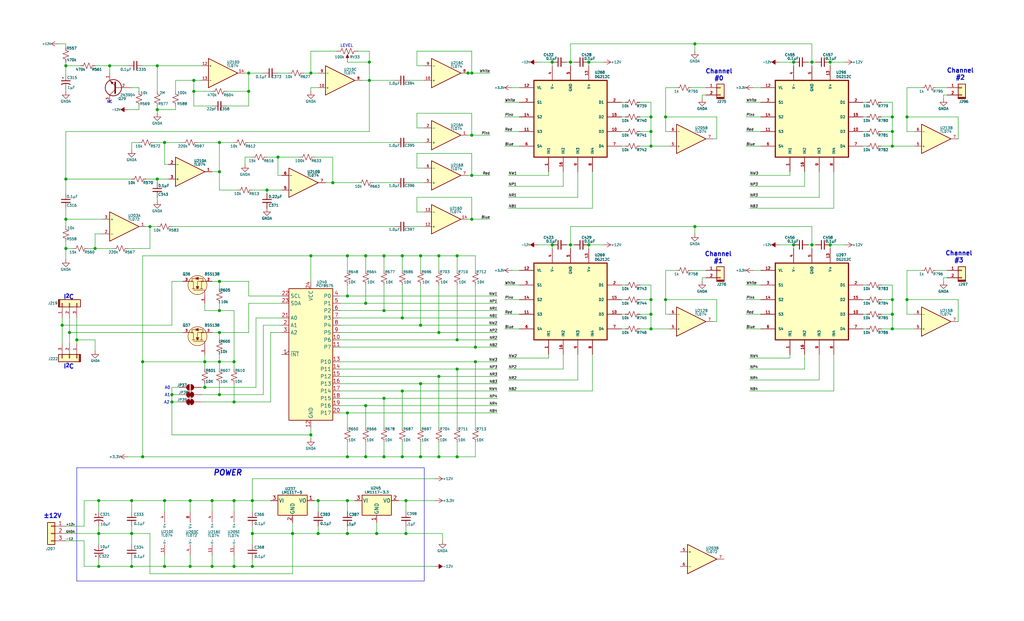
<source format=kicad_sch>
(kicad_sch (version 20250114) (generator "eeschema") (generator_version "9.0")
  (paper "USLegal")
  (title_block (title "Quad Noise Geneartor") (date "2025-12-06") (rev "4.2") (comment 1 "In Development "))
  (lib_symbols
    (symbol "Amplifier_Operational:TL072" (pin_names (offset 0.127))
      (property "Reference" "U64" (at 1.27 3.81 0))
      (property "Value" "TL072" (at 1.27 2.54 0))
      (symbol "TL072_1_1"
        (pin input line (at -7.62 2.54 0) (length 2.54) (name "+") (number "3"))
        (pin input line (at -7.62 -2.54 0) (length 2.54) (name "-") (number "2"))
        (pin output line (at 7.62 0 180) (length 2.54) (name "~") (number "1"))
      )
      (symbol "TL072_2_1"
        (pin input line (at -7.62 2.54 0) (length 2.54) (name "+") (number "5"))
        (pin input line (at -7.62 -2.54 0) (length 2.54) (name "-") (number "6"))
        (pin output line (at 7.62 0 180) (length 2.54) (name "~") (number "7"))
      )
      (symbol "TL072_3_1"
        (pin power_in line (at -2.54 7.62 270) (length 3.81) (name "V+") (number "8"))
        (pin power_in line (at -2.54 -7.62 90) (length 3.81) (name "V-") (number "4"))
      )
    )
    (symbol "Connector_Generic:Conn_01x03" (pin_names (offset 1.016) (hide yes))
      (property "Reference" "J" (at 0 5.08 0))
      (property "Value" "Conn_01x03" (at 0 -5.08 0))
      (symbol "Conn_01x03_1_1"
        (pin passive line (at -5.08 2.54 0) (length 3.81) (name "Pin_1") (number "1"))
        (pin passive line (at -5.08 0 0) (length 3.81) (name "Pin_2") (number "2"))
        (pin passive line (at -5.08 -2.54 0) (length 3.81) (name "Pin_3") (number "3"))
      )
    )
    (symbol "Device:C_Polarized_Small_US" (pin_numbers (hide yes)) (pin_names (offset 0.254) (hide yes))
      (property "Reference" "C" (at 0.254 1.778 0))
      (property "Value" "C_Polarized_Small_US" (at 0.254 -2.032 0))
      (symbol "C_Polarized_Small_US_1_1"
        (pin passive line (at 0 2.54 270) (length 2.032) (name "~") (number "1"))
        (pin passive line (at 0 -2.54 90) (length 2.032) (name "~") (number "2"))
      )
    )
    (symbol "Device:C_Small" (pin_numbers (hide yes)) (pin_names (offset 0.254) (hide yes))
      (property "Reference" "C" (at 0.254 1.778 0))
      (property "Value" "C_Small" (at 0.254 -2.032 0))
      (symbol "C_Small_1_1"
        (pin passive line (at 0 2.54 270) (length 2.032) (name "~") (number "1"))
        (pin passive line (at 0 -2.54 90) (length 2.032) (name "~") (number "2"))
      )
    )
    (symbol "Device:R_Potentiometer_US" (pin_names (offset 1.016) (hide yes))
      (property "Reference" "RV4" (at -1.0668 0.7874 0))
      (property "Value" "5k" (at -1.6256 -0.9906 0))
      (symbol "R_Potentiometer_US_1_1"
        (pin passive line (at 0 3.81 270) (length 1.27) (name "1") (number ""))
        (pin passive line (at 0 -3.81 90) (length 1.27) (name "3") (number ""))
        (pin passive line (at 3.81 0 180) (length 1.27) (name "2") (number ""))
      )
    )
    (symbol "Device:R_Small_US" (pin_numbers (hide yes)) (pin_names (offset 0.254) (hide yes))
      (property "Reference" "R" (at 0.762 0.508 0))
      (property "Value" "R_Small_US" (at 0.762 -1.016 0))
      (symbol "R_Small_US_1_1"
        (pin passive line (at 0 2.54 270) (length 1.016) (name "~") (number "1"))
        (pin passive line (at 0 -2.54 90) (length 1.016) (name "~") (number "2"))
      )
    )
    (symbol "Interface_Expansion:PCF8575DBR"
      (property "Reference" "U8" (at 2.032 25.146 0))
      (property "Value" "PCF8575" (at 1.778 23.876 0))
      (symbol "PCF8575DBR_1_1"
        (pin input line (at -10.16 20.32 0) (length 2.54) (name "SCL") (number "22"))
        (pin bidirectional line (at -10.16 17.78 0) (length 2.54) (name "SDA") (number "23"))
        (pin input line (at -10.16 12.7 0) (length 2.54) (name "A0") (number "21"))
        (pin input line (at -10.16 10.16 0) (length 2.54) (name "A1") (number "2"))
        (pin input line (at -10.16 7.62 0) (length 2.54) (name "A2") (number "3"))
        (pin open_collector output_low (at -10.16 0 0) (length 2.54) (name "~{INT}") (number "1"))
        (pin power_in line (at 0 25.4 270) (length 2.54) (name "VCC") (number "24"))
        (pin power_in line (at 0 -25.4 90) (length 2.54) (name "GND") (number "12"))
        (pin bidirectional line (at 10.16 20.32 180) (length 2.54) (name "P0") (number "4"))
        (pin bidirectional line (at 10.16 17.78 180) (length 2.54) (name "P1") (number "5"))
        (pin bidirectional line (at 10.16 15.24 180) (length 2.54) (name "P2") (number "6"))
        (pin bidirectional line (at 10.16 12.7 180) (length 2.54) (name "P3") (number "7"))
        (pin bidirectional line (at 10.16 10.16 180) (length 2.54) (name "P4") (number "8"))
        (pin bidirectional line (at 10.16 7.62 180) (length 2.54) (name "P5") (number "9"))
        (pin bidirectional line (at 10.16 5.08 180) (length 2.54) (name "P6") (number "10"))
        (pin bidirectional line (at 10.16 2.54 180) (length 2.54) (name "P7") (number "11"))
        (pin bidirectional line (at 10.16 -2.54 180) (length 2.54) (name "P10") (number "13"))
        (pin bidirectional line (at 10.16 -5.08 180) (length 2.54) (name "P11") (number "14"))
        (pin bidirectional line (at 10.16 -7.62 180) (length 2.54) (name "P12") (number "15"))
        (pin bidirectional line (at 10.16 -10.16 180) (length 2.54) (name "P13") (number "16"))
        (pin bidirectional line (at 10.16 -12.7 180) (length 2.54) (name "P14") (number "17"))
        (pin bidirectional line (at 10.16 -15.24 180) (length 2.54) (name "P15") (number "18"))
        (pin bidirectional line (at 10.16 -17.78 180) (length 2.54) (name "P16") (number "19"))
        (pin bidirectional line (at 10.16 -20.32 180) (length 2.54) (name "P17") (number "20"))
      )
    )
    (symbol "Jumper:SolderJumper_2_Bridged" (pin_numbers (hide yes)) (pin_names (offset 0) (hide yes)) (exclude_from_sim yes) (in_bom no)
      (property "Reference" "JP" (at 0 2.032 0))
      (property "Value" "SolderJumper_2_Bridged" (at 0 -2.54 0))
      (symbol "SolderJumper_2_Bridged_1_1"
        (pin passive line (at -3.81 0 0) (length 2.54) (name "A") (number "1"))
        (pin passive line (at 3.81 0 180) (length 2.54) (name "B") (number "2"))
      )
    )
    (symbol "Jumper:SolderJumper_2_Open" (pin_numbers (hide yes)) (pin_names (offset 0) (hide yes)) (exclude_from_sim yes) (in_bom no)
      (property "Reference" "JP" (at 0 2.032 0))
      (property "Value" "SolderJumper_2_Open" (at 0 -2.54 0))
      (symbol "SolderJumper_2_Open_1_1"
        (pin passive line (at -3.81 0 0) (length 2.54) (name "A") (number "1"))
        (pin passive line (at 3.81 0 180) (length 2.54) (name "B") (number "2"))
      )
    )
    (symbol "My Chips:DG212C" (pin_names (offset 1.016))
      (property "Reference" "U" (at 9.144 17.018 0))
      (property "Value" "DG212C" (at 9.144 15.748 0))
      (symbol "DG212C_0_0"
        (pin bidirectional line (at -17.78 2.54 0) (length 5.08) (name "S2") (number "14"))
        (pin bidirectional line (at -17.78 -2.54 0) (length 5.08) (name "S3") (number "11"))
        (pin bidirectional line (at -17.78 -7.62 0) (length 5.08) (name "S4") (number "6"))
        (pin input line (at 7.62 -16.51 90) (length 5.08) (name "IN4") (number "8"))
      )
      (symbol "DG212C_1_0"
        (pin power_in line (at -17.78 12.7 0) (length 5.08) (name "VL") (number "12"))
        (pin bidirectional line (at -17.78 7.62 0) (length 5.08) (name "S1") (number "3"))
        (pin input line (at -7.62 -16.51 90) (length 5.08) (name "IN1") (number "1"))
        (pin power_in line (at -6.35 20.32 270) (length 5.08) (name "V-") (number "4"))
        (pin input line (at -2.54 -16.51 90) (length 5.08) (name "IN2") (number "16"))
        (pin power_in line (at 0 20.32 270) (length 5.08) (name "GND") (number "5"))
        (pin input line (at 2.54 -16.51 90) (length 5.08) (name "IN3") (number "9"))
        (pin power_in line (at 6.35 20.32 270) (length 5.08) (name "V+") (number "13"))
        (pin bidirectional line (at 17.78 7.62 180) (length 5.08) (name "D1") (number "2"))
        (pin bidirectional line (at 17.78 2.54 180) (length 5.08) (name "D2") (number "15"))
        (pin bidirectional line (at 17.78 -2.54 180) (length 5.08) (name "D3") (number "10"))
        (pin bidirectional line (at 17.78 -7.62 180) (length 5.08) (name "D4") (number "7"))
      )
    )
    (symbol "My Chips:TL074" (pin_names (offset 0.127))
      (property "Reference" "U63" (at 1.27 3.81 0))
      (property "Value" "TL074" (at 1.27 2.54 0))
      (symbol "TL074_1_1"
        (pin input line (at -7.62 2.54 0) (length 2.54) (name "-") (number "2"))
        (pin input line (at -7.62 -2.54 0) (length 2.54) (name "+") (number "3"))
        (pin output line (at 7.62 0 180) (length 2.54) (name "~") (number "1"))
      )
      (symbol "TL074_2_1"
        (pin input line (at -7.62 2.54 0) (length 2.54) (name "-") (number "6"))
        (pin input line (at -7.62 -2.54 0) (length 2.54) (name "+") (number "5"))
        (pin output line (at 7.62 0 180) (length 2.54) (name "~") (number "7"))
      )
      (symbol "TL074_3_1"
        (pin input line (at -7.62 2.54 0) (length 2.54) (name "-") (number "9"))
        (pin input line (at -7.62 -2.54 0) (length 2.54) (name "+") (number "10"))
        (pin output line (at 7.62 0 180) (length 2.54) (name "~") (number "8"))
      )
      (symbol "TL074_4_1"
        (pin input line (at -7.62 2.54 0) (length 2.54) (name "-") (number "13"))
        (pin input line (at -7.62 -2.54 0) (length 2.54) (name "+") (number "12"))
        (pin output line (at 7.62 0 180) (length 2.54) (name "~") (number "14"))
      )
      (symbol "TL074_5_1"
        (pin power_in line (at -2.54 7.62 270) (length 3.81) (name "V+") (number "4"))
        (pin power_in line (at -2.54 -7.62 90) (length 3.81) (name "V-") (number "11"))
      )
    )
    (symbol "My Connectors:Conn_01x02" (pin_names (offset 1.016) (hide yes))
      (property "Reference" "J" (at -0.041 2.077 0))
      (property "Value" "Conn_01x02" (at -0.2794 4.7752 0))
      (symbol "Conn_01x02_1_1"
        (pin passive line (at -5.08 0 0) (length 3.81) (name "Pin_1") (number "1"))
        (pin passive line (at -5.08 -2.54 0) (length 3.81) (name "Pin_2") (number "2"))
      )
    )
    (symbol "My Connectors:Conn_01x03" (pin_names (offset 1.016) (hide yes))
      (property "Reference" "J" (at 0.0222 4.6797 0))
      (property "Value" "Conn_01x03" (at 0 -5.08 0))
      (symbol "Conn_01x03_1_1"
        (pin passive line (at -5.08 2.54 0) (length 3.81) (name "Pin_1") (number "1"))
        (pin passive line (at -5.08 0 0) (length 3.81) (name "Pin_2") (number "2"))
        (pin passive line (at -5.08 -2.54 0) (length 3.81) (name "Pin_3") (number "3"))
      )
    )
    (symbol "Regulator_Linear:LM1117-3.3" (pin_names (offset 0.254))
      (property "Reference" "U" (at -3.81 3.175 0))
      (property "Value" "LM1117-3.3" (at 0 3.175 0))
      (symbol "LM1117-3.3_1_1"
        (pin power_in line (at -7.62 0 0) (length 2.54) (name "VI") (number "3"))
        (pin power_in line (at 0 -7.62 90) (length 2.54) (name "GND") (number "1"))
        (pin power_out line (at 7.62 0 180) (length 2.54) (name "VO") (number "2"))
      )
    )
    (symbol "Regulator_Linear:LM78L05_TO92" (pin_names (offset 0.254))
      (property "Reference" "U" (at -3.81 3.175 0))
      (property "Value" "LM78L05_TO92" (at 0 3.175 0))
      (symbol "LM78L05_TO92_1_1"
        (pin power_in line (at -7.62 0 0) (length 2.54) (name "VI") (number "3"))
        (pin power_in line (at 0 -7.62 90) (length 2.54) (name "GND") (number "2"))
        (pin power_out line (at 7.62 0 180) (length 2.54) (name "VO") (number "1"))
      )
    )
    (symbol "TL072_1" (pin_names (offset 0.127))
      (property "Reference" "U64" (at 1.27 3.81 0))
      (property "Value" "TL072" (at 1.27 2.54 0))
      (symbol "TL072_1_1_1"
        (pin input line (at -7.62 2.54 0) (length 2.54) (name "+") (number "3"))
        (pin input line (at -7.62 -2.54 0) (length 2.54) (name "-") (number "2"))
        (pin output line (at 7.62 0 180) (length 2.54) (name "~") (number "1"))
      )
      (symbol "TL072_1_2_1"
        (pin input line (at -7.62 2.54 0) (length 2.54) (name "+") (number "5"))
        (pin input line (at -7.62 -2.54 0) (length 2.54) (name "-") (number "6"))
        (pin output line (at 7.62 0 180) (length 2.54) (name "~") (number "7"))
      )
      (symbol "TL072_1_3_1"
        (pin power_in line (at -2.54 7.62 270) (length 3.81) (name "V+") (number "8"))
        (pin power_in line (at -2.54 -7.62 90) (length 3.81) (name "V-") (number "4"))
      )
    )
    (symbol "TL072_2" (pin_names (offset 0.127))
      (property "Reference" "U64" (at 1.27 3.81 0))
      (property "Value" "TL072" (at 1.27 2.54 0))
      (symbol "TL072_2_1_1"
        (pin input line (at -7.62 2.54 0) (length 2.54) (name "+") (number "3"))
        (pin input line (at -7.62 -2.54 0) (length 2.54) (name "-") (number "2"))
        (pin output line (at 7.62 0 180) (length 2.54) (name "~") (number "1"))
      )
      (symbol "TL072_2_2_1"
        (pin input line (at -7.62 2.54 0) (length 2.54) (name "+") (number "5"))
        (pin input line (at -7.62 -2.54 0) (length 2.54) (name "-") (number "6"))
        (pin output line (at 7.62 0 180) (length 2.54) (name "~") (number "7"))
      )
      (symbol "TL072_2_3_1"
        (pin power_in line (at -2.54 7.62 270) (length 3.81) (name "V+") (number "8"))
        (pin power_in line (at -2.54 -7.62 90) (length 3.81) (name "V-") (number "4"))
      )
    )
    (symbol "TL074_1" (pin_names (offset 0.127))
      (property "Reference" "U63" (at 1.27 3.81 0))
      (property "Value" "TL074" (at 1.27 2.54 0))
      (symbol "TL074_1_1_1"
        (pin input line (at -7.62 2.54 0) (length 2.54) (name "-") (number "2"))
        (pin input line (at -7.62 -2.54 0) (length 2.54) (name "+") (number "3"))
        (pin output line (at 7.62 0 180) (length 2.54) (name "~") (number "1"))
      )
      (symbol "TL074_1_2_1"
        (pin input line (at -7.62 2.54 0) (length 2.54) (name "-") (number "6"))
        (pin input line (at -7.62 -2.54 0) (length 2.54) (name "+") (number "5"))
        (pin output line (at 7.62 0 180) (length 2.54) (name "~") (number "7"))
      )
      (symbol "TL074_1_3_1"
        (pin input line (at -7.62 2.54 0) (length 2.54) (name "-") (number "9"))
        (pin input line (at -7.62 -2.54 0) (length 2.54) (name "+") (number "10"))
        (pin output line (at 7.62 0 180) (length 2.54) (name "~") (number "8"))
      )
      (symbol "TL074_1_4_1"
        (pin input line (at -7.62 2.54 0) (length 2.54) (name "-") (number "13"))
        (pin input line (at -7.62 -2.54 0) (length 2.54) (name "+") (number "12"))
        (pin output line (at 7.62 0 180) (length 2.54) (name "~") (number "14"))
      )
      (symbol "TL074_1_5_1"
        (pin power_in line (at -2.54 7.62 270) (length 3.81) (name "V+") (number "4"))
        (pin power_in line (at -2.54 -7.62 90) (length 3.81) (name "V-") (number "11"))
      )
    )
    (symbol "TL074_2" (pin_names (offset 0.127))
      (property "Reference" "U63" (at 1.27 3.81 0))
      (property "Value" "TL074" (at 1.27 2.54 0))
      (symbol "TL074_2_1_1"
        (pin input line (at -7.62 2.54 0) (length 2.54) (name "-") (number "2"))
        (pin input line (at -7.62 -2.54 0) (length 2.54) (name "+") (number "3"))
        (pin output line (at 7.62 0 180) (length 2.54) (name "~") (number "1"))
      )
      (symbol "TL074_2_2_1"
        (pin input line (at -7.62 2.54 0) (length 2.54) (name "-") (number "6"))
        (pin input line (at -7.62 -2.54 0) (length 2.54) (name "+") (number "5"))
        (pin output line (at 7.62 0 180) (length 2.54) (name "~") (number "7"))
      )
      (symbol "TL074_2_3_1"
        (pin input line (at -7.62 2.54 0) (length 2.54) (name "-") (number "9"))
        (pin input line (at -7.62 -2.54 0) (length 2.54) (name "+") (number "10"))
        (pin output line (at 7.62 0 180) (length 2.54) (name "~") (number "8"))
      )
      (symbol "TL074_2_4_1"
        (pin input line (at -7.62 2.54 0) (length 2.54) (name "-") (number "13"))
        (pin input line (at -7.62 -2.54 0) (length 2.54) (name "+") (number "12"))
        (pin output line (at 7.62 0 180) (length 2.54) (name "~") (number "14"))
      )
      (symbol "TL074_2_5_1"
        (pin power_in line (at -2.54 7.62 270) (length 3.81) (name "V+") (number "4"))
        (pin power_in line (at -2.54 -7.62 90) (length 3.81) (name "V-") (number "11"))
      )
    )
    (symbol "TL074_3" (pin_names (offset 0.127))
      (property "Reference" "U63" (at 1.27 3.81 0))
      (property "Value" "TL074" (at 1.27 2.54 0))
      (symbol "TL074_3_1_1"
        (pin input line (at -7.62 2.54 0) (length 2.54) (name "-") (number "2"))
        (pin input line (at -7.62 -2.54 0) (length 2.54) (name "+") (number "3"))
        (pin output line (at 7.62 0 180) (length 2.54) (name "~") (number "1"))
      )
      (symbol "TL074_3_2_1"
        (pin input line (at -7.62 2.54 0) (length 2.54) (name "-") (number "6"))
        (pin input line (at -7.62 -2.54 0) (length 2.54) (name "+") (number "5"))
        (pin output line (at 7.62 0 180) (length 2.54) (name "~") (number "7"))
      )
      (symbol "TL074_3_3_1"
        (pin input line (at -7.62 2.54 0) (length 2.54) (name "-") (number "9"))
        (pin input line (at -7.62 -2.54 0) (length 2.54) (name "+") (number "10"))
        (pin output line (at 7.62 0 180) (length 2.54) (name "~") (number "8"))
      )
      (symbol "TL074_3_4_1"
        (pin input line (at -7.62 2.54 0) (length 2.54) (name "-") (number "13"))
        (pin input line (at -7.62 -2.54 0) (length 2.54) (name "+") (number "12"))
        (pin output line (at 7.62 0 180) (length 2.54) (name "~") (number "14"))
      )
      (symbol "TL074_3_5_1"
        (pin power_in line (at -2.54 7.62 270) (length 3.81) (name "V+") (number "4"))
        (pin power_in line (at -2.54 -7.62 90) (length 3.81) (name "V-") (number "11"))
      )
    )
    (symbol "TL074_4" (pin_names (offset 0.127))
      (property "Reference" "U63" (at 1.27 3.81 0))
      (property "Value" "TL074" (at 1.27 2.54 0))
      (symbol "TL074_4_1_1"
        (pin input line (at -7.62 2.54 0) (length 2.54) (name "-") (number "2"))
        (pin input line (at -7.62 -2.54 0) (length 2.54) (name "+") (number "3"))
        (pin output line (at 7.62 0 180) (length 2.54) (name "~") (number "1"))
      )
      (symbol "TL074_4_2_1"
        (pin input line (at -7.62 2.54 0) (length 2.54) (name "-") (number "6"))
        (pin input line (at -7.62 -2.54 0) (length 2.54) (name "+") (number "5"))
        (pin output line (at 7.62 0 180) (length 2.54) (name "~") (number "7"))
      )
      (symbol "TL074_4_3_1"
        (pin input line (at -7.62 2.54 0) (length 2.54) (name "-") (number "9"))
        (pin input line (at -7.62 -2.54 0) (length 2.54) (name "+") (number "10"))
        (pin output line (at 7.62 0 180) (length 2.54) (name "~") (number "8"))
      )
      (symbol "TL074_4_4_1"
        (pin input line (at -7.62 2.54 0) (length 2.54) (name "-") (number "13"))
        (pin input line (at -7.62 -2.54 0) (length 2.54) (name "+") (number "12"))
        (pin output line (at 7.62 0 180) (length 2.54) (name "~") (number "14"))
      )
      (symbol "TL074_4_5_1"
        (pin power_in line (at -2.54 7.62 270) (length 3.81) (name "V+") (number "4"))
        (pin power_in line (at -2.54 -7.62 90) (length 3.81) (name "V-") (number "11"))
      )
    )
    (symbol "TL074_5" (pin_names (offset 0.127))
      (property "Reference" "U67" (at 1.524 3.556 0))
      (property "Value" "TL074" (at 1.524 2.286 0))
      (symbol "TL074_5_1_1"
        (pin input line (at -7.62 2.54 0) (length 2.54) (name "-") (number "2"))
        (pin input line (at -7.62 -2.54 0) (length 2.54) (name "+") (number "3"))
        (pin output line (at 7.62 0 180) (length 2.54) (name "~") (number "1"))
      )
      (symbol "TL074_5_2_1"
        (pin input line (at -7.62 2.54 0) (length 2.54) (name "-") (number "6"))
        (pin input line (at -7.62 -2.54 0) (length 2.54) (name "+") (number "5"))
        (pin output line (at 7.62 0 180) (length 2.54) (name "~") (number "7"))
      )
      (symbol "TL074_5_3_1"
        (pin input line (at -7.62 2.54 0) (length 2.54) (name "-") (number "9"))
        (pin input line (at -7.62 -2.54 0) (length 2.54) (name "+") (number "10"))
        (pin output line (at 7.62 0 180) (length 2.54) (name "~") (number "8"))
      )
      (symbol "TL074_5_4_1"
        (pin input line (at -7.62 2.54 0) (length 2.54) (name "-") (number "13"))
        (pin input line (at -7.62 -2.54 0) (length 2.54) (name "+") (number "12"))
        (pin output line (at 7.62 0 180) (length 2.54) (name "~") (number "14"))
      )
      (symbol "TL074_5_5_1"
        (pin power_in line (at -2.54 7.62 270) (length 3.81) (name "V+") (number "4"))
        (pin power_in line (at -2.54 -7.62 90) (length 3.81) (name "V-") (number "11"))
      )
    )
    (symbol "TL074_6" (pin_names (offset 0.127))
      (property "Reference" "U67" (at 1.524 3.556 0))
      (property "Value" "TL074" (at 1.524 2.286 0))
      (symbol "TL074_6_1_1"
        (pin input line (at -7.62 2.54 0) (length 2.54) (name "-") (number "2"))
        (pin input line (at -7.62 -2.54 0) (length 2.54) (name "+") (number "3"))
        (pin output line (at 7.62 0 180) (length 2.54) (name "~") (number "1"))
      )
      (symbol "TL074_6_2_1"
        (pin input line (at -7.62 2.54 0) (length 2.54) (name "-") (number "6"))
        (pin input line (at -7.62 -2.54 0) (length 2.54) (name "+") (number "5"))
        (pin output line (at 7.62 0 180) (length 2.54) (name "~") (number "7"))
      )
      (symbol "TL074_6_3_1"
        (pin input line (at -7.62 2.54 0) (length 2.54) (name "-") (number "9"))
        (pin input line (at -7.62 -2.54 0) (length 2.54) (name "+") (number "10"))
        (pin output line (at 7.62 0 180) (length 2.54) (name "~") (number "8"))
      )
      (symbol "TL074_6_4_1"
        (pin input line (at -7.62 2.54 0) (length 2.54) (name "-") (number "13"))
        (pin input line (at -7.62 -2.54 0) (length 2.54) (name "+") (number "12"))
        (pin output line (at 7.62 0 180) (length 2.54) (name "~") (number "14"))
      )
      (symbol "TL074_6_5_1"
        (pin power_in line (at -2.54 7.62 270) (length 3.81) (name "V+") (number "4"))
        (pin power_in line (at -2.54 -7.62 90) (length 3.81) (name "V-") (number "11"))
      )
    )
    (symbol "TL074_7" (pin_names (offset 0.127))
      (property "Reference" "U67" (at 1.524 3.556 0))
      (property "Value" "TL074" (at 1.524 2.286 0))
      (symbol "TL074_7_1_1"
        (pin input line (at -7.62 2.54 0) (length 2.54) (name "-") (number "2"))
        (pin input line (at -7.62 -2.54 0) (length 2.54) (name "+") (number "3"))
        (pin output line (at 7.62 0 180) (length 2.54) (name "~") (number "1"))
      )
      (symbol "TL074_7_2_1"
        (pin input line (at -7.62 2.54 0) (length 2.54) (name "-") (number "6"))
        (pin input line (at -7.62 -2.54 0) (length 2.54) (name "+") (number "5"))
        (pin output line (at 7.62 0 180) (length 2.54) (name "~") (number "7"))
      )
      (symbol "TL074_7_3_1"
        (pin input line (at -7.62 2.54 0) (length 2.54) (name "-") (number "9"))
        (pin input line (at -7.62 -2.54 0) (length 2.54) (name "+") (number "10"))
        (pin output line (at 7.62 0 180) (length 2.54) (name "~") (number "8"))
      )
      (symbol "TL074_7_4_1"
        (pin input line (at -7.62 2.54 0) (length 2.54) (name "-") (number "13"))
        (pin input line (at -7.62 -2.54 0) (length 2.54) (name "+") (number "12"))
        (pin output line (at 7.62 0 180) (length 2.54) (name "~") (number "14"))
      )
      (symbol "TL074_7_5_1"
        (pin power_in line (at -2.54 7.62 270) (length 3.81) (name "V+") (number "4"))
        (pin power_in line (at -2.54 -7.62 90) (length 3.81) (name "V-") (number "11"))
      )
    )
    (symbol "TL074_8" (pin_names (offset 0.127))
      (property "Reference" "U70" (at 1.27 3.81 0))
      (property "Value" "TL074" (at 1.27 2.54 0))
      (symbol "TL074_8_1_1"
        (pin input line (at -7.62 2.54 0) (length 2.54) (name "-") (number "2"))
        (pin input line (at -7.62 -2.54 0) (length 2.54) (name "+") (number "3"))
        (pin output line (at 7.62 0 180) (length 2.54) (name "~") (number "1"))
      )
      (symbol "TL074_8_2_1"
        (pin input line (at -7.62 2.54 0) (length 2.54) (name "-") (number "6"))
        (pin input line (at -7.62 -2.54 0) (length 2.54) (name "+") (number "5"))
        (pin output line (at 7.62 0 180) (length 2.54) (name "~") (number "7"))
      )
      (symbol "TL074_8_3_1"
        (pin input line (at -7.62 2.54 0) (length 2.54) (name "-") (number "9"))
        (pin input line (at -7.62 -2.54 0) (length 2.54) (name "+") (number "10"))
        (pin output line (at 7.62 0 180) (length 2.54) (name "~") (number "8"))
      )
      (symbol "TL074_8_4_1"
        (pin input line (at -7.62 2.54 0) (length 2.54) (name "-") (number "13"))
        (pin input line (at -7.62 -2.54 0) (length 2.54) (name "+") (number "12"))
        (pin output line (at 7.62 0 180) (length 2.54) (name "~") (number "14"))
      )
      (symbol "TL074_8_5_1"
        (pin power_in line (at -2.54 7.62 270) (length 3.81) (name "V+") (number "4"))
        (pin power_in line (at -2.54 -7.62 90) (length 3.81) (name "V-") (number "11"))
      )
    )
    (symbol "TL074_9" (pin_names (offset 0.127))
      (property "Reference" "U70" (at 1.27 3.81 0))
      (property "Value" "TL074" (at 1.27 2.54 0))
      (symbol "TL074_9_1_1"
        (pin input line (at -7.62 2.54 0) (length 2.54) (name "-") (number "2"))
        (pin input line (at -7.62 -2.54 0) (length 2.54) (name "+") (number "3"))
        (pin output line (at 7.62 0 180) (length 2.54) (name "~") (number "1"))
      )
      (symbol "TL074_9_2_1"
        (pin input line (at -7.62 2.54 0) (length 2.54) (name "-") (number "6"))
        (pin input line (at -7.62 -2.54 0) (length 2.54) (name "+") (number "5"))
        (pin output line (at 7.62 0 180) (length 2.54) (name "~") (number "7"))
      )
      (symbol "TL074_9_3_1"
        (pin input line (at -7.62 2.54 0) (length 2.54) (name "-") (number "9"))
        (pin input line (at -7.62 -2.54 0) (length 2.54) (name "+") (number "10"))
        (pin output line (at 7.62 0 180) (length 2.54) (name "~") (number "8"))
      )
      (symbol "TL074_9_4_1"
        (pin input line (at -7.62 2.54 0) (length 2.54) (name "-") (number "13"))
        (pin input line (at -7.62 -2.54 0) (length 2.54) (name "+") (number "12"))
        (pin output line (at 7.62 0 180) (length 2.54) (name "~") (number "14"))
      )
      (symbol "TL074_9_5_1"
        (pin power_in line (at -2.54 7.62 270) (length 3.81) (name "V+") (number "4"))
        (pin power_in line (at -2.54 -7.62 90) (length 3.81) (name "V-") (number "11"))
      )
    )
    (symbol "Transistor_BJT:2N3904" (pin_names (offset 0) (hide yes))
      (property "Reference" "Q1" (at 5.715 1.2701 0))
      (property "Value" "2N3904" (at 5.715 -1.2699 0))
      (symbol "2N3904_1_1"
        (pin passive line (at -5.08 0 0) (length 5.715) (name "B") (number "2"))
        (pin passive line (at 2.54 5.08 270) (length 2.54) (name "C") (number "3"))
        (pin passive line (at 2.54 -5.08 90) (length 2.54) (name "E") (number "1"))
      )
    )
    (symbol "dk_Transistors-FETs-MOSFETs-Single:BSS138" (pin_names (offset 0))
      (property "Reference" "Q?" (at -3.1496 -3.6576 90))
      (property "Value" "BSS138" (at -3.1496 4.4958 90))
      (symbol "BSS138_1_1"
        (pin bidirectional line (at -7.62 -2.54 0) (length 2.54) (name "") (number "1"))
        (pin bidirectional line (at 0 5.08 270) (length 2.54) (name "") (number "3"))
        (pin bidirectional line (at 0 -5.08 90) (length 2.54) (name "") (number "2"))
      )
    )
    (symbol "power:+12V" (power) (pin_names (offset 0))
      (property "Value" "+12V" (at 0 3.556 0))
      (symbol "+12V_1_1"
        (pin power_in line (at 0 0 90) (length 0) (hide yes) (name "+12V") (number "1"))
      )
    )
    (symbol "power:+5VD" (power) (pin_names (offset 0))
      (property "Value" "+5VD" (at 0 3.556 0))
      (symbol "+5VD_1_1"
        (pin power_in line (at 0 0 90) (length 0) (hide yes) (name "+5VD") (number "1"))
      )
    )
    (symbol "power:-12V" (power) (pin_names (offset 0))
      (property "Value" "-12V" (at 0 3.81 0))
      (symbol "-12V_0_0"
        (pin power_in line (at 0 0 90) (length 0) (hide yes) (name "-12V") (number "1"))
      )
    )
    (symbol "power:GNDA" (power) (pin_names (offset 0))
      (property "Value" "GNDA" (at 0 -3.81 0))
      (symbol "GNDA_1_1"
        (pin power_in line (at 0 0 270) (length 0) (hide yes) (name "GNDA") (number "1"))
      )
    )
  )
  (text "Channel\n#0" (at 249.682 26.162 0) (effects (font (size 1.524 1.524) (thickness 0.3048) (bold yes))))
  (text "Channel\n#2" (at 333.502 25.908 0) (effects (font (size 1.524 1.524) (thickness 0.3048) (bold yes))))
  (text "NC" (at 38.1 35.56 0) (effects (font (size 0.889 0.889))))
  (text "I^{2}C" (at 23.876 103.378 0) (effects (font (size 1.524 1.524) (thickness 0.3048) (bold yes))))
  (text "A2" (at 57.912 139.954 0) (effects (font (size 1.016 1.016))))
  (text "POWER" (at 73.9444 165.5734 0) (effects (font (size 1.905 1.905) (bold yes) (italic yes)) (justify left bottom)))
  (text "LEVEL" (at 120.396 16.002 0) (effects (font (size 1.016 1.016))))
  (text "I^{2}C" (at 23.876 127.508 0) (effects (font (size 1.524 1.524) (thickness 0.3048) (bold yes))))
  (text "Channel\n#3" (at 332.994 89.408 0) (effects (font (size 1.524 1.524) (thickness 0.3048) (bold yes))))
  (text "±12V" (at 14.986 180.34 0) (effects (font (size 1.524 1.524) (thickness 0.3048) (bold yes)) (justify left bottom)))
  (text "A1" (at 58.166 137.414 0) (effects (font (size 1.016 1.016))))
  (text "Channel\n#1" (at 249.428 89.662 0) (effects (font (size 1.524 1.524) (thickness 0.3048) (bold yes))))
  (text "A0" (at 58.166 134.874 0) (effects (font (size 1.016 1.016))))
  (junction (at 54.61 38.1))
  (junction (at 163.83 25.4))
  (junction (at 81.28 196.85))
  (junction (at 128.27 21.59))
  (junction (at 128.27 27.94))
  (junction (at 146.05 113.03))
  (junction (at 226.06 114.3))
  (junction (at 140.97 185.42))
  (junction (at 191.77 21.59))
  (junction (at 76.2 125.73))
  (junction (at 165.1 120.65))
  (junction (at 86.36 25.4))
  (junction (at 107.95 25.4))
  (junction (at 191.77 85.09))
  (junction (at 92.71 66.04))
  (junction (at 57.15 49.53))
  (junction (at 163.83 76.2))
  (junction (at 57.15 173.99))
  (junction (at 38.1 22.86))
  (junction (at 54.61 62.23))
  (junction (at 76.2 97.79))
  (junction (at 127 140.97))
  (junction (at 66.04 173.99))
  (junction (at 163.83 60.96))
  (junction (at 198.12 21.59))
  (junction (at 139.7 135.89))
  (junction (at 21.59 113.03))
  (junction (at 226.06 45.72))
  (junction (at 139.7 110.49))
  (junction (at 133.35 88.9))
  (junction (at 163.83 46.99))
  (junction (at 33.02 86.36))
  (junction (at 140.97 173.99))
  (junction (at 22.86 22.86))
  (junction (at 226.06 109.22))
  (junction (at 87.63 185.42))
  (junction (at 152.4 115.57))
  (junction (at 158.75 158.75))
  (junction (at 34.29 196.85))
  (junction (at 26.67 118.11))
  (junction (at 226.06 104.14))
  (junction (at 67.31 31.75))
  (junction (at 139.7 158.75))
  (junction (at 115.57 63.5))
  (junction (at 241.3 78.74))
  (junction (at 107.95 88.9))
  (junction (at 139.7 88.9))
  (junction (at 86.36 31.75))
  (junction (at 130.81 185.42))
  (junction (at 96.52 54.61))
  (junction (at 101.6 185.42))
  (junction (at 146.05 133.35))
  (junction (at 120.65 158.75))
  (junction (at 66.04 196.85))
  (junction (at 152.4 158.75))
  (junction (at 120.65 173.99))
  (junction (at 314.96 40.64))
  (junction (at 120.65 143.51))
  (junction (at 22.86 62.23))
  (junction (at 281.94 21.59))
  (junction (at 162.56 25.4))
  (junction (at 45.72 173.99))
  (junction (at 59.69 137.16))
  (junction (at 45.72 196.85))
  (junction (at 127 158.75))
  (junction (at 24.13 115.57))
  (junction (at 87.63 196.85))
  (junction (at 288.29 85.09))
  (junction (at 120.65 185.42))
  (junction (at 133.35 107.95))
  (junction (at 198.12 85.09))
  (junction (at 22.86 86.36))
  (junction (at 309.88 109.22))
  (junction (at 275.59 85.09))
  (junction (at 87.63 173.99))
  (junction (at 81.28 173.99))
  (junction (at 110.49 173.99))
  (junction (at 309.88 40.64))
  (junction (at 204.47 85.09))
  (junction (at 281.94 85.09))
  (junction (at 57.15 196.85))
  (junction (at 127 88.9))
  (junction (at 54.61 22.86))
  (junction (at 59.69 139.7))
  (junction (at 22.86 76.2))
  (junction (at 76.2 137.16))
  (junction (at 127 105.41))
  (junction (at 73.66 173.99))
  (junction (at 73.66 196.85))
  (junction (at 76.2 59.69))
  (junction (at 288.29 21.59))
  (junction (at 152.4 88.9))
  (junction (at 152.4 130.81))
  (junction (at 309.88 114.3))
  (junction (at 133.35 158.75))
  (junction (at 241.3 15.24))
  (junction (at 34.29 185.42))
  (junction (at 49.53 158.75))
  (junction (at 146.05 88.9))
  (junction (at 165.1 125.73))
  (junction (at 34.29 173.99))
  (junction (at 71.12 125.73))
  (junction (at 81.28 139.7))
  (junction (at 76.2 107.95))
  (junction (at 49.53 125.73))
  (junction (at 314.96 104.14))
  (junction (at 133.35 138.43))
  (junction (at 71.12 134.62))
  (junction (at 52.07 78.74))
  (junction (at 120.65 88.9))
  (junction (at 231.14 104.14))
  (junction (at 45.72 185.42))
  (junction (at 158.75 128.27))
  (junction (at 76.2 49.53))
  (junction (at 231.14 40.64))
  (junction (at 146.05 158.75))
  (junction (at 107.95 151.13))
  (junction (at 309.88 50.8))
  (junction (at 309.88 104.14))
  (junction (at 204.47 21.59))
  (junction (at 158.75 118.11))
  (junction (at 226.06 40.64))
  (junction (at 81.28 125.73))
  (junction (at 67.31 27.94))
  (junction (at 275.59 21.59))
  (junction (at 120.65 102.87))
  (junction (at 226.06 50.8))
  (junction (at 76.2 115.57))
  (junction (at 110.49 185.42))
  (junction (at 309.88 45.72))
  (junction (at 158.75 88.9))
  (wire (pts (xy 73.66 59.69) (xy 76.2 59.69)))
  (wire (pts (xy 21.59 110.49) (xy 21.59 113.03)))
  (wire (pts (xy 142.24 63.5) (xy 147.32 63.5)))
  (wire (pts (xy 58.42 57.15) (xy 57.15 57.15)))
  (wire (pts (xy 215.9 104.14) (xy 217.17 104.14)))
  (wire (pts (xy 198.12 78.74) (xy 241.3 78.74)))
  (wire (pts (xy 29.21 196.85) (xy 34.29 196.85)))
  (wire (pts (xy 120.65 93.98) (xy 120.65 88.9)))
  (wire (pts (xy 259.08 40.64) (xy 264.16 40.64)))
  (wire (pts (xy 87.63 54.61) (xy 85.09 54.61)))
  (wire (pts (xy 30.48 86.36) (xy 33.02 86.36)))
  (wire (pts (xy 144.78 22.86) (xy 144.78 17.78)))
  (wire (pts (xy 48.26 38.1) (xy 48.26 36.83)))
  (wire (pts (xy 240.03 30.48) (xy 245.11 30.48)))
  (wire (pts (xy 284.48 123.19) (xy 284.48 132.08)))
  (wire (pts (xy 259.08 104.14) (xy 264.16 104.14)))
  (wire (pts (xy 120.65 177.8) (xy 120.65 173.99)))
  (wire (pts (xy 86.36 105.41) (xy 97.79 105.41)))
  (wire (pts (xy 288.29 85.09) (xy 293.37 85.09)))
  (wire (pts (xy 87.63 173.99) (xy 93.98 173.99)))
  (wire (pts (xy 45.72 182.88) (xy 45.72 185.42)))
  (wire (pts (xy 73.66 173.99) (xy 73.66 177.8)))
  (wire (pts (xy 279.4 123.19) (xy 279.4 128.27)))
  (wire (pts (xy 118.11 140.97) (xy 127 140.97)))
  (wire (pts (xy 306.07 35.56) (xy 309.88 35.56)))
  (wire (pts (xy 175.26 114.3) (xy 180.34 114.3)))
  (wire (pts (xy 130.81 181.61) (xy 130.81 185.42)))
  (wire (pts (xy 222.25 99.06) (xy 226.06 99.06)))
  (wire (pts (xy 76.2 97.79) (xy 76.2 100.33)))
  (wire (pts (xy 281.94 85.09) (xy 283.21 85.09)))
  (wire (pts (xy 144.78 58.42) (xy 147.32 58.42)))
  (wire (pts (xy 275.59 85.09) (xy 275.59 86.36)))
  (wire (pts (xy 118.11 102.87) (xy 120.65 102.87)))
  (wire (pts (xy 34.29 182.88) (xy 34.29 185.42)))
  (wire (pts (xy 146.05 88.9) (xy 146.05 93.98)))
  (wire (pts (xy 73.66 193.04) (xy 73.66 196.85)))
  (wire (pts (xy 152.4 88.9) (xy 158.75 88.9)))
  (wire (pts (xy 247.65 48.26) (xy 248.92 48.26)))
  (wire (pts (xy 22.86 185.42) (xy 34.29 185.42)))
  (wire (pts (xy 88.9 110.49) (xy 88.9 134.62)))
  (wire (pts (xy 96.52 25.4) (xy 100.33 25.4)))
  (wire (pts (xy 53.34 49.53) (xy 57.15 49.53)))
  (wire (pts (xy 152.4 153.67) (xy 152.4 158.75)))
  (wire (pts (xy 205.74 59.69) (xy 205.74 72.39)))
  (wire (pts (xy 87.63 166.37) (xy 151.13 166.37)))
  (wire (pts (xy 81.28 133.35) (xy 81.28 139.7)))
  (wire (pts (xy 35.56 76.2) (xy 22.86 76.2)))
  (wire (pts (xy 195.58 59.69) (xy 195.58 64.77)))
  (wire (pts (xy 175.26 45.72) (xy 180.34 45.72)))
  (wire (pts (xy 118.11 118.11) (xy 158.75 118.11)))
  (wire (pts (xy 144.78 68.58) (xy 163.83 68.58)))
  (wire (pts (xy 309.88 40.64) (xy 309.88 45.72)))
  (wire (pts (xy 38.1 22.86) (xy 44.45 22.86)))
  (wire (pts (xy 97.79 115.57) (xy 93.98 115.57)))
  (wire (pts (xy 198.12 21.59) (xy 198.12 15.24)))
  (wire (pts (xy 59.69 151.13) (xy 107.95 151.13)))
  (wire (pts (xy 198.12 85.09) (xy 198.12 86.36)))
  (wire (pts (xy 76.2 123.19) (xy 76.2 125.73)))
  (wire (pts (xy 33.02 81.28) (xy 33.02 86.36)))
  (wire (pts (xy 76.2 105.41) (xy 76.2 107.95)))
  (wire (pts (xy 175.26 99.06) (xy 180.34 99.06)))
  (wire (pts (xy 125.73 27.94) (xy 128.27 27.94)))
  (wire (pts (xy 142.24 49.53) (xy 147.32 49.53)))
  (wire (pts (xy 240.03 93.98) (xy 245.11 93.98)))
  (wire (pts (xy 162.56 25.4) (xy 160.02 25.4)))
  (wire (pts (xy 146.05 99.06) (xy 146.05 113.03)))
  (wire (pts (xy 118.11 120.65) (xy 165.1 120.65)))
  (wire (pts (xy 118.11 128.27) (xy 158.75 128.27)))
  (wire (pts (xy 152.4 158.75) (xy 158.75 158.75)))
  (wire (pts (xy 76.2 49.53) (xy 81.28 49.53)))
  (wire (pts (xy 110.49 182.88) (xy 110.49 185.42)))
  (wire (pts (xy 107.95 151.13) (xy 107.95 152.4)))
  (wire (pts (xy 116.84 17.78) (xy 107.95 17.78)))
  (wire (pts (xy 261.62 93.98) (xy 264.16 93.98)))
  (wire (pts (xy 186.69 85.09) (xy 191.77 85.09)))
  (wire (pts (xy 22.86 86.36) (xy 22.86 90.17)))
  (wire (pts (xy 152.4 99.06) (xy 152.4 115.57)))
  (wire (pts (xy 299.72 114.3) (xy 300.99 114.3)))
  (wire (pts (xy 309.88 109.22) (xy 309.88 114.3)))
  (wire (pts (xy 87.63 185.42) (xy 87.63 189.23)))
  (wire (pts (xy 59.69 139.7) (xy 62.23 139.7)))
  (wire (pts (xy 87.63 66.04) (xy 92.71 66.04)))
  (wire (pts (xy 54.61 38.1) (xy 54.61 36.83)))
  (wire (pts (xy 299.72 35.56) (xy 300.99 35.56)))
  (wire (pts (xy 327.66 33.02) (xy 327.66 34.29)))
  (wire (pts (xy 163.83 60.96) (xy 162.56 60.96)))
  (wire (pts (xy 317.5 45.72) (xy 314.96 45.72)))
  (wire (pts (xy 81.28 125.73) (xy 81.28 128.27)))
  (wire (pts (xy 91.44 113.03) (xy 91.44 137.16)))
  (wire (pts (xy 226.06 114.3) (xy 232.41 114.3)))
  (wire (pts (xy 29.21 173.99) (xy 34.29 173.99)))
  (wire (pts (xy 231.14 93.98) (xy 231.14 104.14)))
  (wire (pts (xy 317.5 109.22) (xy 314.96 109.22)))
  (wire (pts (xy 73.66 196.85) (xy 81.28 196.85)))
  (wire (pts (xy 165.1 153.67) (xy 165.1 158.75)))
  (wire (pts (xy 107.95 97.79) (xy 107.95 88.9)))
  (wire (pts (xy 133.35 158.75) (xy 139.7 158.75)))
  (wire (pts (xy 327.66 96.52) (xy 327.66 97.79)))
  (wire (pts (xy 158.75 158.75) (xy 165.1 158.75)))
  (wire (pts (xy 222.25 35.56) (xy 226.06 35.56)))
  (wire (pts (xy 176.53 128.27) (xy 195.58 128.27)))
  (wire (pts (xy 128.27 21.59) (xy 128.27 27.94)))
  (wire (pts (xy 259.08 109.22) (xy 264.16 109.22)))
  (wire (pts (xy 50.8 62.23) (xy 54.61 62.23)))
  (wire (pts (xy 49.53 22.86) (xy 54.61 22.86)))
  (wire (pts (xy 25.4 86.36) (xy 22.86 86.36)))
  (wire (pts (xy 140.97 177.8) (xy 140.97 173.99)))
  (wire (pts (xy 259.08 45.72) (xy 264.16 45.72)))
  (wire (pts (xy 22.86 62.23) (xy 22.86 67.31)))
  (wire (pts (xy 76.2 97.79) (xy 86.36 97.79)))
  (wire (pts (xy 118.11 133.35) (xy 146.05 133.35)))
  (wire (pts (xy 127 93.98) (xy 127 88.9)))
  (wire (pts (xy 309.88 35.56) (xy 309.88 40.64)))
  (wire (pts (xy 299.72 99.06) (xy 300.99 99.06)))
  (wire (pts (xy 152.4 148.59) (xy 152.4 130.81)))
  (wire (pts (xy 152.4 115.57) (xy 172.72 115.57)))
  (wire (pts (xy 57.15 173.99) (xy 66.04 173.99)))
  (wire (pts (xy 280.67 21.59) (xy 281.94 21.59)))
  (wire (pts (xy 281.94 21.59) (xy 283.21 21.59)))
  (wire (pts (xy 314.96 40.64) (xy 332.74 40.64)))
  (wire (pts (xy 231.14 40.64) (xy 248.92 40.64)))
  (wire (pts (xy 222.25 104.14) (xy 226.06 104.14)))
  (wire (pts (xy 198.12 21.59) (xy 199.39 21.59)))
  (wire (pts (xy 101.6 199.39) (xy 101.6 185.42)))
  (wire (pts (xy 29.21 187.96) (xy 29.21 196.85)))
  (wire (pts (xy 54.61 38.1) (xy 54.61 39.37)))
  (wire (pts (xy 76.2 49.53) (xy 76.2 59.69)))
  (wire (pts (xy 163.83 68.58) (xy 163.83 76.2)))
  (wire (pts (xy 49.53 88.9) (xy 107.95 88.9)))
  (wire (pts (xy 279.4 59.69) (xy 279.4 64.77)))
  (wire (pts (xy 186.69 21.59) (xy 191.77 21.59)))
  (wire (pts (xy 260.35 60.96) (xy 274.32 60.96)))
  (wire (pts (xy 96.52 54.61) (xy 96.52 60.96)))
  (wire (pts (xy 332.74 104.14) (xy 332.74 111.76)))
  (wire (pts (xy 306.07 50.8) (xy 309.88 50.8)))
  (wire (pts (xy 128.27 45.72) (xy 22.86 45.72)))
  (wire (pts (xy 66.04 196.85) (xy 73.66 196.85)))
  (wire (pts (xy 314.96 104.14) (xy 332.74 104.14)))
  (wire (pts (xy 26.67 118.11) (xy 33.02 118.11)))
  (wire (pts (xy 97.79 110.49) (xy 88.9 110.49)))
  (wire (pts (xy 191.77 85.09) (xy 191.77 86.36)))
  (wire (pts (xy 26.67 110.49) (xy 26.67 118.11)))
  (wire (pts (xy 120.65 143.51) (xy 172.72 143.51)))
  (wire (pts (xy 22.86 45.72) (xy 22.86 62.23)))
  (wire (pts (xy 67.31 27.94) (xy 69.85 27.94)))
  (wire (pts (xy 226.06 104.14) (xy 226.06 109.22)))
  (wire (pts (xy 163.83 53.34) (xy 163.83 60.96)))
  (wire (pts (xy 158.75 99.06) (xy 158.75 118.11)))
  (wire (pts (xy 248.92 104.14) (xy 248.92 111.76)))
  (wire (pts (xy 76.2 125.73) (xy 81.28 125.73)))
  (wire (pts (xy 139.7 88.9) (xy 146.05 88.9)))
  (wire (pts (xy 73.66 173.99) (xy 81.28 173.99)))
  (wire (pts (xy 118.11 135.89) (xy 139.7 135.89)))
  (wire (pts (xy 118.11 105.41) (xy 127 105.41)))
  (wire (pts (xy 231.14 109.22) (xy 231.14 104.14)))
  (wire (pts (xy 153.67 187.96) (xy 153.67 185.42)))
  (wire (pts (xy 118.11 110.49) (xy 139.7 110.49)))
  (wire (pts (xy 325.12 93.98) (xy 328.93 93.98)))
  (wire (pts (xy 309.88 50.8) (xy 317.5 50.8)))
  (wire (pts (xy 144.78 53.34) (xy 163.83 53.34)))
  (wire (pts (xy 133.35 138.43) (xy 133.35 148.59)))
  (wire (pts (xy 306.07 114.3) (xy 309.88 114.3)))
  (wire (pts (xy 215.9 114.3) (xy 217.17 114.3)))
  (wire (pts (xy 96.52 54.61) (xy 104.14 54.61)))
  (wire (pts (xy 259.08 50.8) (xy 264.16 50.8)))
  (wire (pts (xy 57.15 196.85) (xy 66.04 196.85)))
  (wire (pts (xy 299.72 109.22) (xy 300.99 109.22)))
  (wire (pts (xy 59.69 137.16) (xy 62.23 137.16)))
  (wire (pts (xy 33.02 86.36) (xy 39.37 86.36)))
  (wire (pts (xy 306.07 45.72) (xy 309.88 45.72)))
  (wire (pts (xy 153.67 185.42) (xy 140.97 185.42)))
  (wire (pts (xy 86.36 97.79) (xy 86.36 102.87)))
  (wire (pts (xy 128.27 27.94) (xy 128.27 45.72)))
  (wire (pts (xy 176.53 60.96) (xy 190.5 60.96)))
  (wire (pts (xy 222.25 45.72) (xy 226.06 45.72)))
  (wire (pts (xy 261.62 30.48) (xy 264.16 30.48)))
  (wire (pts (xy 91.44 137.16) (xy 76.2 137.16)))
  (wire (pts (xy 260.35 72.39) (xy 289.56 72.39)))
  (wire (pts (xy 54.61 68.58) (xy 54.61 69.85)))
  (wire (pts (xy 86.36 25.4) (xy 91.44 25.4)))
  (wire (pts (xy 163.83 76.2) (xy 170.18 76.2)))
  (wire (pts (xy 231.14 30.48) (xy 234.95 30.48)))
  (wire (pts (xy 85.09 54.61) (xy 85.09 57.15)))
  (wire (pts (xy 49.53 158.75) (xy 120.65 158.75)))
  (wire (pts (xy 127 88.9) (xy 133.35 88.9)))
  (wire (pts (xy 314.96 30.48) (xy 314.96 40.64)))
  (wire (pts (xy 118.11 115.57) (xy 152.4 115.57)))
  (wire (pts (xy 48.26 30.48) (xy 45.72 30.48)))
  (wire (pts (xy 76.2 115.57) (xy 86.36 115.57)))
  (polyline (pts (xy 26.67 201.93) (xy 147.32 201.93)))
  (wire (pts (xy 146.05 158.75) (xy 152.4 158.75)))
  (wire (pts (xy 50.8 78.74) (xy 52.07 78.74)))
  (wire (pts (xy 71.12 125.73) (xy 71.12 128.27)))
  (wire (pts (xy 139.7 158.75) (xy 146.05 158.75)))
  (wire (pts (xy 81.28 196.85) (xy 87.63 196.85)))
  (wire (pts (xy 163.83 76.2) (xy 162.56 76.2)))
  (wire (pts (xy 22.86 31.115) (xy 22.86 31.75)))
  (wire (pts (xy 21.59 113.03) (xy 59.69 113.03)))
  (wire (pts (xy 176.53 72.39) (xy 205.74 72.39)))
  (wire (pts (xy 109.22 54.61) (xy 115.57 54.61)))
  (wire (pts (xy 243.84 96.52) (xy 243.84 97.79)))
  (wire (pts (xy 205.74 123.19) (xy 205.74 135.89)))
  (wire (pts (xy 163.83 25.4) (xy 170.18 25.4)))
  (wire (pts (xy 109.22 173.99) (xy 110.49 173.99)))
  (wire (pts (xy 22.86 22.86) (xy 27.94 22.86)))
  (wire (pts (xy 259.08 99.06) (xy 264.16 99.06)))
  (wire (pts (xy 241.3 78.74) (xy 281.94 78.74)))
  (wire (pts (xy 306.07 99.06) (xy 309.88 99.06)))
  (wire (pts (xy 87.63 173.99) (xy 87.63 177.8)))
  (wire (pts (xy 115.57 63.5) (xy 124.46 63.5)))
  (wire (pts (xy 215.9 40.64) (xy 217.17 40.64)))
  (wire (pts (xy 133.35 107.95) (xy 172.72 107.95)))
  (wire (pts (xy 146.05 133.35) (xy 146.05 148.59)))
  (wire (pts (xy 260.35 128.27) (xy 279.4 128.27)))
  (wire (pts (xy 76.2 125.73) (xy 76.2 128.27)))
  (wire (pts (xy 67.31 31.75) (xy 73.66 31.75)))
  (wire (pts (xy 87.63 166.37) (xy 87.63 173.99)))
  (wire (pts (xy 260.35 68.58) (xy 284.48 68.58)))
  (wire (pts (xy 165.1 99.06) (xy 165.1 120.65)))
  (wire (pts (xy 120.65 99.06) (xy 120.65 102.87)))
  (wire (pts (xy 175.26 104.14) (xy 180.34 104.14)))
  (wire (pts (xy 260.35 124.46) (xy 274.32 124.46)))
  (wire (pts (xy 127 153.67) (xy 127 158.75)))
  (wire (pts (xy 34.29 173.99) (xy 45.72 173.99)))
  (wire (pts (xy 226.06 45.72) (xy 226.06 50.8)))
  (wire (pts (xy 142.24 78.74) (xy 147.32 78.74)))
  (wire (pts (xy 138.43 173.99) (xy 140.97 173.99)))
  (wire (pts (xy 48.26 30.48) (xy 48.26 31.75)))
  (wire (pts (xy 86.36 102.87) (xy 97.79 102.87)))
  (wire (pts (xy 87.63 182.88) (xy 87.63 185.42)))
  (wire (pts (xy 309.88 45.72) (xy 309.88 50.8)))
  (wire (pts (xy 128.27 17.78) (xy 128.27 21.59)))
  (wire (pts (xy 162.56 25.4) (xy 163.83 25.4)))
  (wire (pts (xy 86.36 36.83) (xy 86.36 31.75)))
  (wire (pts (xy 289.56 59.69) (xy 289.56 72.39)))
  (wire (pts (xy 59.69 134.62) (xy 62.23 134.62)))
  (wire (pts (xy 289.56 123.19) (xy 289.56 135.89)))
  (wire (pts (xy 226.06 35.56) (xy 226.06 40.64)))
  (wire (pts (xy 52.07 185.42) (xy 52.07 199.39)))
  (wire (pts (xy 198.12 85.09) (xy 198.12 78.74)))
  (wire (pts (xy 299.72 45.72) (xy 300.99 45.72)))
  (wire (pts (xy 45.72 196.85) (xy 34.29 196.85)))
  (wire (pts (xy 139.7 110.49) (xy 172.72 110.49)))
  (wire (pts (xy 158.75 128.27) (xy 172.72 128.27)))
  (wire (pts (xy 66.04 173.99) (xy 73.66 173.99)))
  (wire (pts (xy 29.21 182.88) (xy 29.21 173.99)))
  (wire (pts (xy 22.86 72.39) (xy 22.86 76.2)))
  (wire (pts (xy 107.95 88.9) (xy 120.65 88.9)))
  (wire (pts (xy 243.84 96.52) (xy 245.11 96.52)))
  (wire (pts (xy 110.49 177.8) (xy 110.49 173.99)))
  (wire (pts (xy 270.51 21.59) (xy 275.59 21.59)))
  (wire (pts (xy 29.21 187.96) (xy 22.86 187.96)))
  (wire (pts (xy 243.84 33.02) (xy 245.11 33.02)))
  (wire (pts (xy 190.5 124.46) (xy 190.5 123.19)))
  (wire (pts (xy 243.84 33.02) (xy 243.84 34.29)))
  (wire (pts (xy 59.69 97.79) (xy 63.5 97.79)))
  (wire (pts (xy 127 140.97) (xy 172.72 140.97)))
  (wire (pts (xy 67.31 27.94) (xy 67.31 31.75)))
  (wire (pts (xy 78.74 31.75) (xy 86.36 31.75)))
  (wire (pts (xy 259.08 114.3) (xy 264.16 114.3)))
  (wire (pts (xy 288.29 21.59) (xy 288.29 22.86)))
  (wire (pts (xy 127 140.97) (xy 127 148.59)))
  (wire (pts (xy 165.1 125.73) (xy 172.72 125.73)))
  (wire (pts (xy 165.1 88.9) (xy 165.1 93.98)))
  (wire (pts (xy 144.78 44.45) (xy 147.32 44.45)))
  (wire (pts (xy 133.35 153.67) (xy 133.35 158.75)))
  (wire (pts (xy 309.88 104.14) (xy 309.88 109.22)))
  (wire (pts (xy 204.47 21.59) (xy 204.47 22.86)))
  (wire (pts (xy 306.07 104.14) (xy 309.88 104.14)))
  (wire (pts (xy 26.67 118.11) (xy 26.67 119.38)))
  (wire (pts (xy 120.65 88.9) (xy 127 88.9)))
  (wire (pts (xy 54.61 22.86) (xy 54.61 31.75)))
  (wire (pts (xy 163.83 60.96) (xy 170.18 60.96)))
  (wire (pts (xy 144.78 22.86) (xy 147.32 22.86)))
  (wire (pts (xy 309.88 114.3) (xy 317.5 114.3)))
  (wire (pts (xy 92.71 67.31) (xy 92.71 66.04)))
  (wire (pts (xy 158.75 153.67) (xy 158.75 158.75)))
  (wire (pts (xy 20.32 15.24) (xy 22.86 15.24)))
  (wire (pts (xy 314.96 93.98) (xy 314.96 104.14)))
  (wire (pts (xy 45.72 185.42) (xy 52.07 185.42)))
  (wire (pts (xy 133.35 88.9) (xy 133.35 93.98)))
  (wire (pts (xy 33.02 118.11) (xy 33.02 121.92)))
  (wire (pts (xy 60.96 38.1) (xy 60.96 36.83)))
  (wire (pts (xy 215.9 109.22) (xy 217.17 109.22)))
  (wire (pts (xy 120.65 185.42) (xy 130.81 185.42)))
  (wire (pts (xy 327.66 96.52) (xy 328.93 96.52)))
  (wire (pts (xy 71.12 134.62) (xy 88.9 134.62)))
  (polyline (pts (xy 147.32 201.93) (xy 147.32 162.56)))
  (wire (pts (xy 177.8 93.98) (xy 180.34 93.98)))
  (wire (pts (xy 59.69 139.7) (xy 59.69 151.13)))
  (wire (pts (xy 176.53 135.89) (xy 205.74 135.89)))
  (wire (pts (xy 259.08 35.56) (xy 264.16 35.56)))
  (wire (pts (xy 87.63 196.85) (xy 151.13 196.85)))
  (wire (pts (xy 222.25 114.3) (xy 226.06 114.3)))
  (wire (pts (xy 163.83 46.99) (xy 170.18 46.99)))
  (wire (pts (xy 76.2 107.95) (xy 81.28 107.95)))
  (wire (pts (xy 231.14 30.48) (xy 231.14 40.64)))
  (wire (pts (xy 284.48 59.69) (xy 284.48 68.58)))
  (wire (pts (xy 86.36 105.41) (xy 86.36 115.57)))
  (wire (pts (xy 118.11 138.43) (xy 133.35 138.43)))
  (wire (pts (xy 191.77 21.59) (xy 191.77 22.86)))
  (wire (pts (xy 81.28 139.7) (xy 93.98 139.7)))
  (wire (pts (xy 81.28 173.99) (xy 87.63 173.99)))
  (wire (pts (xy 49.53 125.73) (xy 49.53 158.75)))
  (wire (pts (xy 86.36 31.75) (xy 86.36 25.4)))
  (wire (pts (xy 73.66 115.57) (xy 76.2 115.57)))
  (wire (pts (xy 22.86 83.82) (xy 22.86 86.36)))
  (wire (pts (xy 54.61 62.23) (xy 54.61 63.5)))
  (wire (pts (xy 158.75 88.9) (xy 158.75 93.98)))
  (wire (pts (xy 49.53 125.73) (xy 71.12 125.73)))
  (wire (pts (xy 196.85 85.09) (xy 198.12 85.09)))
  (wire (pts (xy 275.59 21.59) (xy 275.59 22.86)))
  (wire (pts (xy 97.79 113.03) (xy 91.44 113.03)))
  (wire (pts (xy 110.49 30.48) (xy 107.95 30.48)))
  (wire (pts (xy 101.6 185.42) (xy 110.49 185.42)))
  (wire (pts (xy 146.05 133.35) (xy 172.72 133.35)))
  (wire (pts (xy 34.29 173.99) (xy 34.29 177.8)))
  (wire (pts (xy 71.12 125.73) (xy 76.2 125.73)))
  (wire (pts (xy 226.06 99.06) (xy 226.06 104.14)))
  (wire (pts (xy 314.96 45.72) (xy 314.96 40.64)))
  (wire (pts (xy 274.32 60.96) (xy 274.32 59.69)))
  (wire (pts (xy 175.26 40.64) (xy 180.34 40.64)))
  (wire (pts (xy 120.65 102.87) (xy 172.72 102.87)))
  (wire (pts (xy 71.12 105.41) (xy 71.12 107.95)))
  (wire (pts (xy 146.05 113.03) (xy 172.72 113.03)))
  (wire (pts (xy 128.27 27.94) (xy 137.16 27.94)))
  (wire (pts (xy 22.86 22.86) (xy 22.86 26.035)))
  (wire (pts (xy 120.65 143.51) (xy 120.65 148.59)))
  (wire (pts (xy 231.14 104.14) (xy 248.92 104.14)))
  (wire (pts (xy 57.15 173.99) (xy 57.15 177.8)))
  (wire (pts (xy 158.75 118.11) (xy 172.72 118.11)))
  (wire (pts (xy 34.29 194.31) (xy 34.29 196.85)))
  (wire (pts (xy 107.95 17.78) (xy 107.95 25.4)))
  (wire (pts (xy 260.35 64.77) (xy 279.4 64.77)))
  (wire (pts (xy 101.6 181.61) (xy 101.6 185.42)))
  (wire (pts (xy 66.04 173.99) (xy 66.04 177.8)))
  (wire (pts (xy 24.13 110.49) (xy 24.13 115.57)))
  (wire (pts (xy 118.11 107.95) (xy 133.35 107.95)))
  (wire (pts (xy 66.04 193.04) (xy 66.04 196.85)))
  (wire (pts (xy 54.61 62.23) (xy 58.42 62.23)))
  (wire (pts (xy 281.94 15.24) (xy 281.94 21.59)))
  (wire (pts (xy 22.86 15.24) (xy 22.86 16.51)))
  (wire (pts (xy 57.15 49.53) (xy 63.5 49.53)))
  (wire (pts (xy 198.12 85.09) (xy 199.39 85.09)))
  (wire (pts (xy 120.65 182.88) (xy 120.65 185.42)))
  (wire (pts (xy 54.61 22.86) (xy 69.85 22.86)))
  (wire (pts (xy 306.07 40.64) (xy 309.88 40.64)))
  (wire (pts (xy 76.2 137.16) (xy 69.85 137.16)))
  (wire (pts (xy 144.78 39.37) (xy 163.83 39.37)))
  (wire (pts (xy 158.75 88.9) (xy 165.1 88.9)))
  (wire (pts (xy 139.7 148.59) (xy 139.7 135.89)))
  (wire (pts (xy 127 99.06) (xy 127 105.41)))
  (wire (pts (xy 127 105.41) (xy 172.72 105.41)))
  (wire (pts (xy 45.72 194.31) (xy 45.72 196.85)))
  (wire (pts (xy 165.1 120.65) (xy 172.72 120.65)))
  (wire (pts (xy 96.52 60.96) (xy 97.79 60.96)))
  (wire (pts (xy 163.83 17.78) (xy 163.83 25.4)))
  (wire (pts (xy 190.5 60.96) (xy 190.5 59.69)))
  (wire (pts (xy 73.66 97.79) (xy 76.2 97.79)))
  (wire (pts (xy 35.56 81.28) (xy 33.02 81.28)))
  (wire (pts (xy 118.11 143.51) (xy 120.65 143.51)))
  (wire (pts (xy 288.29 21.59) (xy 293.37 21.59)))
  (wire (pts (xy 247.65 111.76) (xy 248.92 111.76)))
  (wire (pts (xy 71.12 107.95) (xy 76.2 107.95)))
  (wire (pts (xy 107.95 30.48) (xy 107.95 31.75)))
  (wire (pts (xy 105.41 25.4) (xy 107.95 25.4)))
  (wire (pts (xy 24.13 115.57) (xy 63.5 115.57)))
  (wire (pts (xy 38.1 25.4) (xy 38.1 22.86)))
  (wire (pts (xy 176.53 132.08) (xy 200.66 132.08)))
  (wire (pts (xy 175.26 35.56) (xy 180.34 35.56)))
  (wire (pts (xy 215.9 99.06) (xy 217.17 99.06)))
  (wire (pts (xy 81.28 173.99) (xy 81.28 177.8)))
  (wire (pts (xy 314.96 93.98) (xy 320.04 93.98)))
  (wire (pts (xy 59.69 134.62) (xy 59.69 137.16)))
  (wire (pts (xy 107.95 25.4) (xy 110.49 25.4)))
  (wire (pts (xy 139.7 135.89) (xy 172.72 135.89)))
  (wire (pts (xy 198.12 15.24) (xy 241.3 15.24)))
  (wire (pts (xy 146.05 88.9) (xy 152.4 88.9)))
  (polyline (pts (xy 26.67 162.56) (xy 26.67 201.93)))
  (wire (pts (xy 142.24 27.94) (xy 147.32 27.94)))
  (wire (pts (xy 93.98 115.57) (xy 93.98 139.7)))
  (wire (pts (xy 76.2 133.35) (xy 76.2 137.16)))
  (wire (pts (xy 198.12 21.59) (xy 198.12 22.86)))
  (wire (pts (xy 146.05 153.67) (xy 146.05 158.75)))
  (wire (pts (xy 281.94 21.59) (xy 281.94 22.86)))
  (wire (pts (xy 325.12 30.48) (xy 328.93 30.48)))
  (wire (pts (xy 204.47 21.59) (xy 209.55 21.59)))
  (wire (pts (xy 21.59 113.03) (xy 21.59 119.38)))
  (wire (pts (xy 76.2 115.57) (xy 76.2 118.11)))
  (wire (pts (xy 44.45 158.75) (xy 49.53 158.75)))
  (wire (pts (xy 260.35 132.08) (xy 284.48 132.08)))
  (wire (pts (xy 222.25 109.22) (xy 226.06 109.22)))
  (wire (pts (xy 38.1 22.86) (xy 33.02 22.86)))
  (wire (pts (xy 22.86 21.59) (xy 22.86 22.86)))
  (wire (pts (xy 204.47 85.09) (xy 209.55 85.09)))
  (wire (pts (xy 87.63 194.31) (xy 87.63 196.85)))
  (wire (pts (xy 45.72 185.42) (xy 45.72 189.23)))
  (wire (pts (xy 226.06 50.8) (xy 232.41 50.8)))
  (wire (pts (xy 139.7 153.67) (xy 139.7 158.75)))
  (wire (pts (xy 124.46 17.78) (xy 128.27 17.78)))
  (wire (pts (xy 120.65 173.99) (xy 123.19 173.99)))
  (wire (pts (xy 144.78 58.42) (xy 144.78 53.34)))
  (wire (pts (xy 52.07 199.39) (xy 101.6 199.39)))
  (wire (pts (xy 107.95 148.59) (xy 107.95 151.13)))
  (wire (pts (xy 57.15 193.04) (xy 57.15 196.85)))
  (wire (pts (xy 140.97 185.42) (xy 130.81 185.42)))
  (wire (pts (xy 204.47 85.09) (xy 204.47 86.36)))
  (wire (pts (xy 118.11 113.03) (xy 146.05 113.03)))
  (wire (pts (xy 67.31 31.75) (xy 67.31 36.83)))
  (wire (pts (xy 226.06 40.64) (xy 226.06 45.72)))
  (wire (pts (xy 176.53 64.77) (xy 195.58 64.77)))
  (wire (pts (xy 52.07 78.74) (xy 54.61 78.74)))
  (wire (pts (xy 241.3 15.24) (xy 241.3 17.78)))
  (wire (pts (xy 175.26 109.22) (xy 180.34 109.22)))
  (wire (pts (xy 110.49 173.99) (xy 120.65 173.99)))
  (wire (pts (xy 231.14 45.72) (xy 231.14 40.64)))
  (wire (pts (xy 139.7 99.06) (xy 139.7 110.49)))
  (wire (pts (xy 241.3 78.74) (xy 241.3 81.28)))
  (wire (pts (xy 270.51 85.09) (xy 275.59 85.09)))
  (wire (pts (xy 52.07 78.74) (xy 52.07 86.36)))
  (wire (pts (xy 118.11 125.73) (xy 165.1 125.73)))
  (wire (pts (xy 120.65 21.59) (xy 128.27 21.59)))
  (wire (pts (xy 200.66 59.69) (xy 200.66 68.58)))
  (wire (pts (xy 314.96 109.22) (xy 314.96 104.14)))
  (wire (pts (xy 71.12 123.19) (xy 71.12 125.73)))
  (wire (pts (xy 120.65 153.67) (xy 120.65 158.75)))
  (wire (pts (xy 45.72 173.99) (xy 57.15 173.99)))
  (wire (pts (xy 127 158.75) (xy 133.35 158.75)))
  (wire (pts (xy 215.9 35.56) (xy 217.17 35.56)))
  (wire (pts (xy 133.35 88.9) (xy 139.7 88.9)))
  (wire (pts (xy 44.45 86.36) (xy 52.07 86.36)))
  (wire (pts (xy 158.75 148.59) (xy 158.75 128.27)))
  (wire (pts (xy 92.71 54.61) (xy 96.52 54.61)))
  (wire (pts (xy 48.26 49.53) (xy 45.72 49.53)))
  (wire (pts (xy 231.14 93.98) (xy 234.95 93.98)))
  (wire (pts (xy 177.8 30.48) (xy 180.34 30.48)))
  (wire (pts (xy 327.66 33.02) (xy 328.93 33.02)))
  (wire (pts (xy 152.4 88.9) (xy 152.4 93.98)))
  (wire (pts (xy 76.2 59.69) (xy 76.2 66.04)))
  (wire (pts (xy 140.97 185.42) (xy 140.97 182.88)))
  (wire (pts (xy 22.86 182.88) (xy 29.21 182.88)))
  (wire (pts (xy 22.86 62.23) (xy 45.72 62.23)))
  (wire (pts (xy 133.35 99.06) (xy 133.35 107.95)))
  (wire (pts (xy 44.45 38.1) (xy 48.26 38.1)))
  (wire (pts (xy 299.72 50.8) (xy 300.99 50.8)))
  (wire (pts (xy 87.63 185.42) (xy 101.6 185.42)))
  (wire (pts (xy 34.29 185.42) (xy 45.72 185.42)))
  (wire (pts (xy 144.78 73.66) (xy 144.78 68.58)))
  (wire (pts (xy 71.12 133.35) (xy 71.12 134.62)))
  (wire (pts (xy 81.28 125.73) (xy 81.28 107.95)))
  (wire (pts (xy 59.69 113.03) (xy 59.69 97.79)))
  (wire (pts (xy 332.74 40.64) (xy 332.74 48.26)))
  (wire (pts (xy 81.28 193.04) (xy 81.28 196.85)))
  (wire (pts (xy 45.72 49.53) (xy 45.72 52.07)))
  (wire (pts (xy 140.97 173.99) (xy 151.13 173.99)))
  (wire (pts (xy 280.67 85.09) (xy 281.94 85.09)))
  (wire (pts (xy 163.83 39.37) (xy 163.83 46.99)))
  (wire (pts (xy 115.57 63.5) (xy 113.03 63.5)))
  (wire (pts (xy 34.29 185.42) (xy 34.29 189.23)))
  (wire (pts (xy 45.72 196.85) (xy 57.15 196.85)))
  (wire (pts (xy 57.15 49.53) (xy 57.15 57.15)))
  (wire (pts (xy 241.3 15.24) (xy 281.94 15.24)))
  (wire (pts (xy 45.72 177.8) (xy 45.72 173.99)))
  (wire (pts (xy 49.53 88.9) (xy 49.53 125.73)))
  (wire (pts (xy 309.88 99.06) (xy 309.88 104.14)))
  (wire (pts (xy 306.07 109.22) (xy 309.88 109.22)))
  (wire (pts (xy 281.94 85.09) (xy 281.94 86.36)))
  (wire (pts (xy 60.96 27.94) (xy 67.31 27.94)))
  (wire (pts (xy 152.4 130.81) (xy 172.72 130.81)))
  (wire (pts (xy 248.92 40.64) (xy 248.92 48.26)))
  (polyline (pts (xy 26.67 162.56) (xy 147.32 162.56)))
  (wire (pts (xy 232.41 109.22) (xy 231.14 109.22)))
  (wire (pts (xy 222.25 40.64) (xy 226.06 40.64)))
  (wire (pts (xy 59.69 78.74) (xy 137.16 78.74)))
  (wire (pts (xy 78.74 36.83) (xy 86.36 36.83)))
  (wire (pts (xy 54.61 38.1) (xy 60.96 38.1)))
  (wire (pts (xy 176.53 68.58) (xy 200.66 68.58)))
  (wire (pts (xy 69.85 139.7) (xy 81.28 139.7)))
  (wire (pts (xy 139.7 88.9) (xy 139.7 93.98)))
  (wire (pts (xy 59.69 137.16) (xy 59.69 139.7)))
  (wire (pts (xy 299.72 104.14) (xy 300.99 104.14)))
  (wire (pts (xy 163.83 46.99) (xy 162.56 46.99)))
  (wire (pts (xy 86.36 49.53) (xy 137.16 49.53)))
  (wire (pts (xy 274.32 124.46) (xy 274.32 123.19)))
  (wire (pts (xy 260.35 135.89) (xy 289.56 135.89)))
  (wire (pts (xy 196.85 21.59) (xy 198.12 21.59)))
  (wire (pts (xy 144.78 73.66) (xy 147.32 73.66)))
  (wire (pts (xy 232.41 45.72) (xy 231.14 45.72)))
  (wire (pts (xy 222.25 50.8) (xy 226.06 50.8)))
  (wire (pts (xy 226.06 109.22) (xy 226.06 114.3)))
  (wire (pts (xy 175.26 50.8) (xy 180.34 50.8)))
  (wire (pts (xy 314.96 30.48) (xy 320.04 30.48)))
  (wire (pts (xy 68.58 49.53) (xy 76.2 49.53)))
  (wire (pts (xy 24.13 115.57) (xy 24.13 119.38)))
  (wire (pts (xy 110.49 185.42) (xy 120.65 185.42)))
  (wire (pts (xy 82.55 66.04) (xy 76.2 66.04)))
  (wire (pts (xy 118.11 130.81) (xy 152.4 130.81)))
  (wire (pts (xy 85.09 25.4) (xy 86.36 25.4)))
  (wire (pts (xy 22.86 76.2) (xy 22.86 78.74)))
  (wire (pts (xy 133.35 138.43) (xy 172.72 138.43)))
  (wire (pts (xy 144.78 17.78) (xy 163.83 17.78)))
  (wire (pts (xy 215.9 50.8) (xy 217.17 50.8)))
  (wire (pts (xy 73.66 36.83) (xy 67.31 36.83)))
  (wire (pts (xy 92.71 66.04) (xy 97.79 66.04)))
  (wire (pts (xy 195.58 123.19) (xy 195.58 128.27)))
  (wire (pts (xy 165.1 125.73) (xy 165.1 148.59)))
  (wire (pts (xy 176.53 124.46) (xy 190.5 124.46)))
  (wire (pts (xy 200.66 123.19) (xy 200.66 132.08)))
  (wire (pts (xy 115.57 54.61) (xy 115.57 63.5)))
  (wire (pts (xy 299.72 40.64) (xy 300.99 40.64)))
  (wire (pts (xy 144.78 44.45) (xy 144.78 39.37)))
  (wire (pts (xy 129.54 63.5) (xy 137.16 63.5)))
  (wire (pts (xy 120.65 158.75) (xy 127 158.75)))
  (wire (pts (xy 69.85 134.62) (xy 71.12 134.62)))
  (wire (pts (xy 281.94 78.74) (xy 281.94 85.09)))
  (wire (pts (xy 60.96 31.75) (xy 60.96 27.94)))
  (wire (pts (xy 288.29 85.09) (xy 288.29 86.36)))
  (wire (pts (xy 215.9 45.72) (xy 217.17 45.72)))
  (label "NP3" (at 172.72 128.27 180) (effects (font (size 0.889 0.889) (italic yes))))
  (label "Pink" (at 170.18 46.99 180) (effects (font (size 0.889 0.889) (italic yes))))
  (label "White" (at 175.26 35.56 0) (effects (font (size 0.889 0.889) (italic yes))))
  (label "NR3" (at 172.72 130.81 180) (effects (font (size 0.889 0.889) (italic yes))))
  (label "White" (at 175.26 99.06 0) (effects (font (size 0.889 0.889) (italic yes))))
  (label "NW2" (at 176.53 124.46 0) (effects (font (size 0.889 0.889) (italic yes))))
  (label "NP3" (at 260.35 64.77 0) (effects (font (size 0.889 0.889) (italic yes))))
  (label "NR2" (at 176.53 132.08 0) (effects (font (size 0.889 0.889) (italic yes))))
  (label "NW2" (at 172.72 113.03 180) (effects (font (size 0.889 0.889) (italic yes))))
  (label "Pink" (at 259.08 104.14 0) (effects (font (size 0.889 0.889) (italic yes))))
  (label "White" (at 259.08 99.06 0) (effects (font (size 0.889 0.889) (italic yes))))
  (label "NR4" (at 260.35 132.08 0) (effects (font (size 0.889 0.889) (italic yes))))
  (label "NR1" (at 172.72 107.95 180) (effects (font (size 0.889 0.889) (italic yes))))
  (label "Pink" (at 175.26 104.14 0) (effects (font (size 0.889 0.889) (italic yes))))
  (label "NR4" (at 172.72 140.97 180) (effects (font (size 0.889 0.889) (italic yes))))
  (label "Red" (at 259.08 45.72 0) (effects (font (size 0.889 0.889) (italic yes))))
  (label "NP4" (at 172.72 138.43 180) (effects (font (size 0.889 0.889) (italic yes))))
  (label "NW3" (at 260.35 60.96 0) (effects (font (size 0.889 0.889) (italic yes))))
  (label "-12" (at 22.86 187.96 0) (effects (font (size 0.762 0.762))))
  (label "Pink" (at 259.08 40.64 0) (effects (font (size 0.889 0.889) (italic yes))))
  (label "NR2" (at 172.72 118.11 180) (effects (font (size 0.889 0.889) (italic yes))))
  (label "White" (at 170.18 25.4 180) (effects (font (size 0.889 0.889) (italic yes))))
  (label "NW1" (at 176.53 60.96 0) (effects (font (size 0.889 0.889) (italic yes))))
  (label "NP2" (at 176.53 128.27 0) (effects (font (size 0.889 0.889) (italic yes))))
  (label "NB3" (at 260.35 72.39 0) (effects (font (size 0.889 0.889) (italic yes))))
  (label "NB2" (at 172.72 120.65 180) (effects (font (size 0.889 0.889) (italic yes))))
  (label "NP2" (at 172.72 115.57 180) (effects (font (size 0.889 0.889) (italic yes))))
  (label "NP1" (at 172.72 105.41 180) (effects (font (size 0.889 0.889) (italic yes))))
  (label "NW1" (at 172.72 102.87 180) (effects (font (size 0.889 0.889) (italic yes))))
  (label "Red" (at 259.08 109.22 0) (effects (font (size 0.889 0.889) (italic yes))))
  (label "Red" (at 175.26 45.72 0) (effects (font (size 0.889 0.889) (italic yes))))
  (label "Blue" (at 175.26 114.3 0) (effects (font (size 0.889 0.889) (italic yes))))
  (label "NR3" (at 260.35 68.58 0) (effects (font (size 0.889 0.889) (italic yes))))
  (label "White" (at 259.08 35.56 0) (effects (font (size 0.889 0.889) (italic yes))))
  (label "NP1" (at 176.53 64.77 0) (effects (font (size 0.889 0.889) (italic yes))))
  (label "GNDA" (at 22.86 185.42 0) (effects (font (size 0.762 0.762))))
  (label "Blue" (at 175.26 50.8 0) (effects (font (size 0.889 0.889) (italic yes))))
  (label "Pink" (at 175.26 40.64 0) (effects (font (size 0.889 0.889) (italic yes))))
  (label "Blue" (at 170.18 76.2 180) (effects (font (size 0.889 0.889) (italic yes))))
  (label "NR1" (at 176.53 68.58 0) (effects (font (size 0.889 0.889) (italic yes))))
  (label "NB4" (at 172.72 143.51 180) (effects (font (size 0.889 0.889) (italic yes))))
  (label "NP4" (at 260.35 128.27 0) (effects (font (size 0.889 0.889) (italic yes))))
  (label "NW4" (at 172.72 135.89 180) (effects (font (size 0.889 0.889) (italic yes))))
  (label "Blue" (at 259.08 50.8 0) (effects (font (size 0.889 0.889) (italic yes))))
  (label "NB2" (at 176.53 135.89 0) (effects (font (size 0.889 0.889) (italic yes))))
  (label "+12v" (at 22.86 182.88 0) (effects (font (size 0.762 0.762))))
  (label "Red" (at 175.26 109.22 0) (effects (font (size 0.889 0.889) (italic yes))))
  (label "NB3" (at 172.72 133.35 180) (effects (font (size 0.889 0.889) (italic yes))))
  (label "NW4" (at 260.35 124.46 0) (effects (font (size 0.889 0.889) (italic yes))))
  (label "NB1" (at 176.53 72.39 0) (effects (font (size 0.889 0.889) (italic yes))))
  (label "NB4" (at 260.35 135.89 0) (effects (font (size 0.889 0.889) (italic yes))))
  (label "NB1" (at 172.72 110.49 180) (effects (font (size 0.889 0.889) (italic yes))))
  (label "NW3" (at 172.72 125.73 180) (effects (font (size 0.889 0.889) (italic yes))))
  (label "Red" (at 170.18 60.96 180) (effects (font (size 0.889 0.889) (italic yes))))
  (label "Blue" (at 259.08 114.3 0) (effects (font (size 0.889 0.889) (italic yes))))
  (symbol (lib_id "Jumper:SolderJumper_2_Open") (at 66.04 134.62 0) (unit 1)
    (property "Reference" "JP37" (at 63.246 133.858 0) (effects (font (size 0.889 0.889))))
    (property "Value" "SolderJumper_2_Open" (effects (hide yes)))
    (property "Description" "Solder Jumper, 2-pole, open" (effects (hide yes)))
  )
  (symbol (lib_id "Device:R_Small_US") (at 303.53 109.22 90) (unit 1)
    (property "Reference" "R785" (at 306.705 110.49 90) (effects (font (size 0.889 0.889))))
    (property "Value" "10k" (at 300.99 110.49 90) (effects (font (size 0.889 0.889))))
  )
  (symbol (lib_id "dk_Transistors-FETs-MOSFETs-Single:BSS138") (at 68.58 115.57 90) (unit 1)
    (property "Reference" "Q37" (at 64.77 113.03 90) (effects (font (size 0.889 0.889))))
    (property "Value" "BSS138" (at 73.66 113.03 90) (effects (font (size 0.889 0.889))))
    (property "Footprint" "digikey-footprints:SOT-23-3" (effects (hide yes)))
    (property "Datasheet" "https://www.onsemi.com/pub/Collateral/BSS138-D.PDF" (effects (hide yes)))
    (property "Description" "MOSFET N-CH 50V 220MA SOT-23" (effects (hide yes)))
    (property "Digi-Key_PN" "BSS138CT-ND" (effects (hide yes)))
    (property "MPN" "BSS138" (effects (hide yes)))
    (property "Category" "Discrete Semiconductor Products" (effects (hide yes)))
    (property "Family" "Transistors - FETs, MOSFETs - Single" (effects (hide yes)))
    (property "DK_Datasheet_Link" "https://www.onsemi.com/pub/Collateral/BSS138-D.PDF" (effects (hide yes)))
    (property "DK_Detail_Page" "/product-detail/en/on-semiconductor/BSS138/BSS138CT-ND/244294" (effects (hide yes)))
    (property "Manufacturer" "ON Semiconductor" (effects (hide yes)))
    (property "Status" "Active" (effects (hide yes)))
  )
  (symbol (lib_id "Device:R_Small_US") (at 71.12 130.81 0) (unit 1)
    (property "Reference" "R601" (at 71.374 128.778 0) (effects (font (size 0.889 0.889)) (justify left)))
    (property "Value" "10K" (at 71.374 132.588 0) (effects (font (size 0.889 0.889)) (justify left)))
  )
  (symbol (lib_name "TL074_4") (lib_id "My Chips:TL074") (at 77.47 25.4 0) (mirror x) (unit 4)
    (property "Reference" "U210" (at 78.74 21.59 0) (effects (font (size 0.889 0.889)) (justify left)))
    (property "Value" "TL074" (at 78.74 22.86 0) (effects (font (size 0.889 0.889)) (justify left)))
    (property "Datasheet" "http://www.ti.com/lit/ds/symlink/lm2902-n.pdf" (effects (hide yes)))
    (property "Description" "Low-Power, Quad-Operational Amplifiers, DIP-14/SOIC-14/SSOP-14" (effects (hide yes)))
  )
  (symbol (lib_id "Device:R_Small_US") (at 303.53 40.64 90) (unit 1)
    (property "Reference" "R780" (at 306.705 41.91 90) (effects (font (size 0.889 0.889))))
    (property "Value" "10k" (at 300.99 41.91 90) (effects (font (size 0.889 0.889))))
  )
  (symbol (lib_id "power:-12V") (at 151.13 196.85 270) (unit 1)
    (property "Reference" "#PWR0413" (effects (hide yes)))
    (property "Value" "-12V" (at 153.67 196.85 90) (effects (font (size 0.889 0.889)) (justify left)))
  )
  (symbol (lib_id "My Connectors:Conn_01x02") (at 250.19 93.98 0) (unit 1)
    (property "Reference" "J276" (at 248.92 98.806 0) (effects (font (size 0.889 0.889)) (justify left)))
    (property "Value" "Conn_01x02" (effects (hide yes)))
    (property "Description" "Generic connector, single row, 01x02, script generated (kicad-library-utils/schlib/autogen/connector/)" (effects (hide yes)))
  )
  (symbol (lib_id "Device:C_Small") (at 194.31 21.59 90) (unit 1)
    (property "Reference" "C422" (at 192.278 19.05 90) (effects (font (size 0.889 0.889)) (justify left)))
    (property "Value" "0.1µF" (at 193.548 20.32 90) (effects (font (size 0.889 0.889)) (justify left)))
  )
  (symbol (lib_id "Device:R_Small_US") (at 76.2 130.81 0) (unit 1)
    (property "Reference" "R607" (at 76.454 128.778 0) (effects (font (size 0.889 0.889)) (justify left)))
    (property "Value" "10K" (at 76.454 132.588 0) (effects (font (size 0.889 0.889)) (justify left)))
  )
  (symbol (lib_id "Jumper:SolderJumper_2_Bridged") (at 66.04 139.7 0) (unit 1)
    (property "Reference" "JP39" (at 63.246 138.938 0) (effects (font (size 0.889 0.889))))
    (property "Description" "Solder Jumper, 2-pole, closed/bridged" (effects (hide yes)))
  )
  (symbol (lib_id "Device:R_Small_US") (at 81.28 130.81 0) (unit 1)
    (property "Reference" "R610" (at 81.534 128.778 0) (effects (font (size 0.889 0.889)) (justify left)))
    (property "Value" "10K" (at 81.534 132.588 0) (effects (font (size 0.889 0.889)) (justify left)))
  )
  (symbol (lib_id "Connector_Generic:Conn_01x03") (at 17.78 185.42 0) (mirror y) (unit 1)
    (property "Reference" "J207" (at 17.526 190.754 0) (effects (font (size 0.889 0.889))))
    (property "Value" "Conn_01x03" (effects (hide yes)))
  )
  (symbol (lib_id "Device:R_Small_US") (at 146.05 96.52 0) (unit 1)
    (property "Reference" "R696" (at 146.304 94.488 0) (effects (font (size 0.889 0.889)) (justify left)))
    (property "Value" "10K" (at 146.558 98.044 0) (effects (font (size 0.889 0.889)) (justify left)))
  )
  (symbol (lib_id "Device:C_Small") (at 139.7 49.53 90) (unit 1)
    (property "Reference" "C395" (at 144.018 50.546 90) (effects (font (size 0.889 0.889)) (justify left)))
    (property "Value" "1.0µF" (at 138.938 50.546 90) (effects (font (size 0.889 0.889)) (justify left)))
  )
  (symbol (lib_id "Device:R_Small_US") (at 127 151.13 0) (unit 1)
    (property "Reference" "R666" (at 127.254 149.098 0) (effects (font (size 0.889 0.889)) (justify left)))
    (property "Value" "10K" (at 127.254 152.908 0) (effects (font (size 0.889 0.889)) (justify left)))
  )
  (symbol (lib_name "TL072_2") (lib_id "Amplifier_Operational:TL072") (at 43.18 78.74 0) (unit 1)
    (property "Reference" "U203" (at 44.45 74.93 0) (effects (font (size 0.889 0.889)) (justify left)))
    (property "Value" "TL072" (at 44.45 76.2 0) (effects (font (size 0.889 0.889)) (justify left)))
    (property "Datasheet" "http://www.ti.com/lit/ds/symlink/tl071.pdf" (effects (hide yes)))
    (property "Description" "Dual Low-Noise JFET-Input Operational Amplifiers, DIP-8/SOIC-8" (effects (hide yes)))
  )
  (symbol (lib_id "My Chips:TL074") (at 105.41 63.5 0) (unit 2)
    (property "Reference" "U210" (at 106.68 59.69 0) (effects (font (size 0.889 0.889)) (justify left)))
    (property "Value" "TL074" (at 106.68 60.96 0) (effects (font (size 0.889 0.889)) (justify left)))
    (property "Datasheet" "http://www.ti.com/lit/ds/symlink/lm2902-n.pdf" (effects (hide yes)))
    (property "Description" "Low-Power, Quad-Operational Amplifiers, DIP-14/SOIC-14/SSOP-14" (effects (hide yes)))
  )
  (symbol (lib_id "Device:R_Small_US") (at 303.53 114.3 90) (unit 1)
    (property "Reference" "R786" (at 306.705 115.57 90) (effects (font (size 0.889 0.889))))
    (property "Value" "10k" (at 300.99 115.57 90) (effects (font (size 0.889 0.889))))
  )
  (symbol (lib_id "Device:C_Small") (at 278.13 21.59 90) (unit 1)
    (property "Reference" "C455" (at 276.098 19.05 90) (effects (font (size 0.889 0.889)) (justify left)))
    (property "Value" "0.1µF" (at 277.368 20.32 90) (effects (font (size 0.889 0.889)) (justify left)))
  )
  (symbol (lib_id "power:GNDA") (at 45.72 52.07 0) (unit 1)
    (property "Reference" "#PWR0363" (effects (hide yes)))
    (property "Value" "GNDA" (at 45.6946 55.5498 0) (effects (font (size 0.889 0.889))))
  )
  (symbol (lib_name "TL072_1") (lib_id "Amplifier_Operational:TL072") (at 68.58 185.42 0) (unit 3)
    (property "Reference" "U203" (at 64.4913 184.8705 0) (effects (font (size 0.889 0.889)) (justify left)))
    (property "Value" "TL072" (at 64.4012 186.0413 0) (effects (font (size 0.889 0.889)) (justify left)))
    (property "Datasheet" "http://www.ti.com/lit/ds/symlink/tl071.pdf" (effects (hide yes)))
    (property "Description" "Dual Low-Noise JFET-Input Operational Amplifiers, DIP-8/SOIC-8" (effects (hide yes)))
  )
  (symbol (lib_id "power:GNDA") (at 153.67 187.96 0) (unit 1)
    (property "Reference" "#PWR0414" (effects (hide yes)))
    (property "Value" "GNDA" (at 153.6446 191.4398 0) (effects (font (size 0.889 0.889))))
  )
  (symbol (lib_id "power:+12V") (at 151.13 166.37 270) (unit 1)
    (property "Reference" "#PWR0411" (effects (hide yes)))
    (property "Value" "+12V" (at 153.67 166.37 90) (effects (font (size 0.889 0.889)) (justify left)))
  )
  (symbol (lib_id "Device:R_Small_US") (at 76.2 120.65 0) (unit 1)
    (property "Reference" "R606" (at 76.454 118.618 0) (effects (font (size 0.889 0.889)) (justify left)))
    (property "Value" "10k" (at 76.454 122.174 0) (effects (font (size 0.889 0.889)) (justify left)))
  )
  (symbol (lib_id "My Connectors:Conn_01x03") (at 24.13 124.46 270) (unit 1)
    (property "Reference" "J222" (at 16.764 124.714 90) (effects (font (size 0.889 0.889)) (justify left)))
    (property "Value" "Conn_01x03" (effects (hide yes)))
    (property "Description" "Generic connector, single row, 01x03, script generated (kicad-library-utils/schlib/autogen/connector/)" (effects (hide yes)))
  )
  (symbol (lib_name "TL074_6") (lib_id "My Chips:TL074") (at 154.94 76.2 0) (unit 4)
    (property "Reference" "U216" (at 156.0608 72.4009 0) (effects (font (size 0.889 0.889)) (justify left)))
    (property "Value" "TL074" (at 156.1809 73.6418 0) (effects (font (size 0.889 0.889)) (justify left)))
    (property "Datasheet" "http://www.ti.com/lit/ds/symlink/lm2902-n.pdf" (effects (hide yes)))
    (property "Description" "Low-Power, Quad-Operational Amplifiers, DIP-14/SOIC-14/SSOP-14" (effects (hide yes)))
  )
  (symbol (lib_id "My Chips:DG212C") (at 281.94 43.18 0) (unit 1)
    (property "Reference" "U296" (at 290.322 25.146 0) (effects (font (size 0.889 0.889)) (justify left)))
    (property "Value" "DG212C" (at 290.322 26.67 0) (effects (font (size 0.889 0.889)) (justify left)))
  )
  (symbol (lib_id "Device:R_Small_US") (at 85.09 66.04 90) (unit 1)
    (property "Reference" "R613" (at 88.265 67.31 90) (effects (font (size 0.889 0.889))))
    (property "Value" "10k" (at 82.55 67.31 90) (effects (font (size 0.889 0.889))))
  )
  (symbol (lib_id "Device:R_Small_US") (at 158.75 96.52 0) (unit 1)
    (property "Reference" "R710" (at 159.004 94.488 0) (effects (font (size 0.889 0.889)) (justify left)))
    (property "Value" "10K" (at 159.258 98.044 0) (effects (font (size 0.889 0.889)) (justify left)))
  )
  (symbol (lib_id "My Connectors:Conn_01x03") (at 24.13 105.41 90) (unit 1)
    (property "Reference" "J219" (at 20.0069 105.3624 90) (effects (font (size 0.889 0.889)) (justify left)))
    (property "Value" "Conn_01x03" (effects (hide yes)))
    (property "Description" "Generic connector, single row, 01x03, script generated (kicad-library-utils/schlib/autogen/connector/)" (effects (hide yes)))
  )
  (symbol (lib_id "Device:C_Small") (at 120.65 180.34 0) (unit 1)
    (property "Reference" "C387" (at 121.158 178.816 0) (effects (font (size 0.889 0.889)) (justify left)))
    (property "Value" ".1µF" (at 120.65 182.118 0) (effects (font (size 0.889 0.889)) (justify left)))
  )
  (symbol (lib_id "power:+12V") (at 261.62 93.98 90) (unit 1)
    (property "Reference" "#PWR0477" (effects (hide yes)))
    (property "Value" "+3.3V" (at 259.08 93.98 90) (effects (font (size 0.762 0.762)) (justify left)))
  )
  (symbol (lib_id "Device:R_Small_US") (at 106.68 54.61 90) (unit 1)
    (property "Reference" "R633" (at 109.855 55.88 90) (effects (font (size 0.889 0.889))))
    (property "Value" "100k" (at 104.14 55.88 90) (effects (font (size 0.889 0.889))))
  )
  (symbol (lib_id "Device:R_Small_US") (at 22.86 19.05 0) (unit 1)
    (property "Reference" "R557" (at 24.892 16.764 0) (effects (font (size 0.889 0.889))))
    (property "Value" "470k" (at 24.892 20.828 0) (effects (font (size 0.889 0.889))))
  )
  (symbol (lib_id "Device:C_Small") (at 76.2 36.83 90) (unit 1)
    (property "Reference" "C358" (at 79.756 37.846 90) (effects (font (size 0.889 0.889)) (justify left)))
    (property "Value" "22pF" (at 75.184 37.846 90) (effects (font (size 0.889 0.889)) (justify left)))
  )
  (symbol (lib_id "Device:R_Small_US") (at 219.71 109.22 90) (unit 1)
    (property "Reference" "R745" (at 222.885 110.49 90) (effects (font (size 0.889 0.889))))
    (property "Value" "10k" (at 217.17 110.49 90) (effects (font (size 0.889 0.889))))
  )
  (symbol (lib_id "Device:R_Small_US") (at 219.71 45.72 90) (unit 1)
    (property "Reference" "R741" (at 222.885 46.99 90) (effects (font (size 0.889 0.889))))
    (property "Value" "10k" (at 217.17 46.99 90) (effects (font (size 0.889 0.889))))
  )
  (symbol (lib_id "Device:R_Small_US") (at 120.65 151.13 0) (unit 1)
    (property "Reference" "R650" (at 120.904 149.098 0) (effects (font (size 0.889 0.889)) (justify left)))
    (property "Value" "10K" (at 120.904 152.908 0) (effects (font (size 0.889 0.889)) (justify left)))
  )
  (symbol (lib_id "Device:C_Small") (at 45.72 191.77 0) (unit 1)
    (property "Reference" "C334" (at 46.355 190.2206 0) (effects (font (size 0.889 0.889)) (justify left)))
    (property "Value" "0.1µF" (at 46.4058 193.3956 0) (effects (font (size 0.889 0.889)) (justify left)))
  )
  (symbol (lib_id "Device:C_Small") (at 22.86 69.85 0) (unit 1)
    (property "Reference" "C316" (at 23.114 71.374 0) (effects (font (size 0.889 0.889)) (justify left)))
    (property "Value" "0.1µF" (at 23.114 68.326 0) (effects (font (size 0.889 0.889)) (justify left)))
  )
  (symbol (lib_id "Device:C_Small") (at 46.99 22.86 90) (unit 1)
    (property "Reference" "C335" (at 50.8 24.13 90) (effects (font (size 0.889 0.889)) (justify left)))
    (property "Value" "0.1µF" (at 45.72 24.13 90) (effects (font (size 0.889 0.889)) (justify left)))
  )
  (symbol (lib_id "My Chips:DG212C") (at 198.12 106.68 0) (unit 1)
    (property "Reference" "U269" (at 206.502 88.646 0) (effects (font (size 0.889 0.889)) (justify left)))
    (property "Value" "DG212C" (at 206.502 90.17 0) (effects (font (size 0.889 0.889)) (justify left)))
  )
  (symbol (lib_id "Device:R_Small_US") (at 158.75 151.13 0) (unit 1)
    (property "Reference" "R711" (at 159.004 149.098 0) (effects (font (size 0.889 0.889)) (justify left)))
    (property "Value" "10K" (at 159.004 152.908 0) (effects (font (size 0.889 0.889)) (justify left)))
  )
  (symbol (lib_id "My Connectors:Conn_01x02") (at 334.01 30.48 0) (unit 1)
    (property "Reference" "J296" (at 332.994 35.306 0) (effects (font (size 0.889 0.889)) (justify left)))
    (property "Value" "Conn_01x02" (effects (hide yes)))
    (property "Description" "Generic connector, single row, 01x02, script generated (kicad-library-utils/schlib/autogen/connector/)" (effects (hide yes)))
  )
  (symbol (lib_id "Device:R_Small_US") (at 60.96 34.29 0) (unit 1)
    (property "Reference" "R588" (at 63.246 36.068 0) (effects (font (size 0.889 0.889))))
    (property "Value" "100k" (at 63.246 32.258 0) (effects (font (size 0.889 0.889))))
  )
  (symbol (lib_id "Device:R_Small_US") (at 219.71 114.3 90) (unit 1)
    (property "Reference" "R746" (at 222.885 115.57 90) (effects (font (size 0.889 0.889))))
    (property "Value" "10k" (at 217.17 115.57 90) (effects (font (size 0.889 0.889))))
  )
  (symbol (lib_id "Device:R_Small_US") (at 152.4 151.13 0) (unit 1)
    (property "Reference" "R704" (at 152.654 149.098 0) (effects (font (size 0.889 0.889)) (justify left)))
    (property "Value" "10K" (at 152.654 152.908 0) (effects (font (size 0.889 0.889)) (justify left)))
  )
  (symbol (lib_id "power:-12V") (at 270.51 21.59 90) (mirror x) (unit 1)
    (property "Reference" "#PWR0479" (effects (hide yes)))
    (property "Value" "-12V" (at 267.97 21.59 90) (effects (font (size 0.762 0.762)) (justify left)))
  )
  (symbol (lib_id "power:+12V") (at 261.62 30.48 90) (unit 1)
    (property "Reference" "#PWR0476" (effects (hide yes)))
    (property "Value" "+3.3V" (at 259.08 30.48 90) (effects (font (size 0.762 0.762)) (justify left)))
  )
  (symbol (lib_id "Device:C_Small") (at 45.72 180.34 0) (unit 1)
    (property "Reference" "C333" (at 46.355 178.7906 0) (effects (font (size 0.889 0.889)) (justify left)))
    (property "Value" "0.1µF" (at 46.4058 181.9656 0) (effects (font (size 0.889 0.889)) (justify left)))
  )
  (symbol (lib_id "Device:C_Small") (at 285.75 85.09 90) (unit 1)
    (property "Reference" "C458" (at 289.306 82.55 90) (effects (font (size 0.889 0.889)) (justify left)))
    (property "Value" "0.1µF" (at 290.576 83.82 90) (effects (font (size 0.889 0.889)) (justify left)))
  )
  (symbol (lib_id "Device:R_Small_US") (at 27.94 86.36 90) (unit 1)
    (property "Reference" "R560" (at 31.115 87.63 90) (effects (font (size 0.889 0.889))))
    (property "Value" "15k" (at 25.4 87.63 90) (effects (font (size 0.889 0.889))))
  )
  (symbol (lib_id "power:GNDA") (at 107.95 31.75 0) (unit 1)
    (property "Reference" "#PWR0390" (effects (hide yes)))
    (property "Value" "GNDA" (at 107.9246 35.2298 0) (effects (font (size 0.889 0.889))))
  )
  (symbol (lib_id "power:GNDA") (at 107.95 152.4 0) (unit 1)
    (property "Reference" "#PWR0391" (effects (hide yes)))
    (property "Value" "GNDA" (at 107.8992 155.8544 0) (effects (font (size 0.889 0.889))))
  )
  (symbol (lib_id "My Chips:DG212C") (at 198.12 43.18 0) (unit 1)
    (property "Reference" "U268" (at 206.502 25.146 0) (effects (font (size 0.889 0.889)) (justify left)))
    (property "Value" "DG212C" (at 206.502 26.67 0) (effects (font (size 0.889 0.889)) (justify left)))
  )
  (symbol (lib_id "Device:R_Small_US") (at 237.49 93.98 90) (unit 1)
    (property "Reference" "R758" (at 240.665 95.25 90) (effects (font (size 0.889 0.889))))
    (property "Value" "1k" (at 234.95 95.25 90) (effects (font (size 0.889 0.889))))
  )
  (symbol (lib_id "Device:C_Small") (at 87.63 191.77 0) (unit 1)
    (property "Reference" "C368" (at 88.265 190.2206 0) (effects (font (size 0.889 0.889)) (justify left)))
    (property "Value" "0.1µF" (at 88.3158 193.3956 0) (effects (font (size 0.889 0.889)) (justify left)))
  )
  (symbol (lib_id "Device:R_Small_US") (at 127 63.5 90) (unit 1)
    (property "Reference" "R663" (at 130.175 64.77 90) (effects (font (size 0.889 0.889))))
    (property "Value" "10k" (at 124.46 64.77 90) (effects (font (size 0.889 0.889))))
  )
  (symbol (lib_id "Device:C_Small") (at 194.31 85.09 90) (unit 1)
    (property "Reference" "C423" (at 192.278 82.55 90) (effects (font (size 0.889 0.889)) (justify left)))
    (property "Value" "0.1µF" (at 193.548 83.82 90) (effects (font (size 0.889 0.889)) (justify left)))
  )
  (symbol (lib_id "power:GNDA") (at 241.3 81.28 0) (unit 1)
    (property "Reference" "#PWR0465" (effects (hide yes)))
    (property "Value" "GNDA" (at 241.2746 84.7598 0) (effects (font (size 0.889 0.889))))
  )
  (symbol (lib_id "power:GNDA") (at 241.3 17.78 0) (unit 1)
    (property "Reference" "#PWR0464" (effects (hide yes)))
    (property "Value" "GNDA" (at 241.2746 21.2598 0) (effects (font (size 0.889 0.889))))
  )
  (symbol (lib_id "Device:R_Small_US") (at 90.17 54.61 90) (unit 1)
    (property "Reference" "R616" (at 93.345 55.88 90) (effects (font (size 0.889 0.889))))
    (property "Value" "15k" (at 87.63 55.88 90) (effects (font (size 0.889 0.889))))
  )
  (symbol (lib_id "My Connectors:Conn_01x02") (at 250.19 30.48 0) (unit 1)
    (property "Reference" "J275" (at 248.92 35.306 0) (effects (font (size 0.889 0.889)) (justify left)))
    (property "Value" "Conn_01x02" (effects (hide yes)))
    (property "Description" "Generic connector, single row, 01x02, script generated (kicad-library-utils/schlib/autogen/connector/)" (effects (hide yes)))
  )
  (symbol (lib_id "Device:R_Small_US") (at 139.7 96.52 0) (unit 1)
    (property "Reference" "R686" (at 139.954 94.488 0) (effects (font (size 0.889 0.889)) (justify left)))
    (property "Value" "10K" (at 140.208 98.044 0) (effects (font (size 0.889 0.889)) (justify left)))
  )
  (symbol (lib_id "power:+12V") (at 209.55 21.59 270) (unit 1)
    (property "Reference" "#PWR0443" (effects (hide yes)))
    (property "Value" "+12V" (at 212.09 21.59 90) (effects (font (size 0.889 0.889)) (justify left)))
  )
  (symbol (lib_id "Device:R_Small_US") (at 303.53 104.14 90) (unit 1)
    (property "Reference" "R784" (at 306.705 105.41 90) (effects (font (size 0.889 0.889))))
    (property "Value" "10k" (at 300.99 105.41 90) (effects (font (size 0.889 0.889))))
  )
  (symbol (lib_id "power:+12V") (at 293.37 21.59 270) (unit 1)
    (property "Reference" "#PWR0487" (effects (hide yes)))
    (property "Value" "+12V" (at 295.91 21.59 90) (effects (font (size 0.889 0.889)) (justify left)))
  )
  (symbol (lib_id "Regulator_Linear:LM1117-3.3") (at 130.81 173.99 0) (unit 1)
    (property "Reference" "U245" (at 130.5053 169.6425 0) (effects (font (size 0.889 0.889))))
    (property "Value" "LM1117-3.3" (at 130.834 171.0665 0) (effects (font (size 0.889 0.889))))
    (property "Datasheet" "http://www.ti.com/lit/ds/symlink/lm1117.pdf" (effects (hide yes)))
  )
  (symbol (lib_id "Device:C_Polarized_Small_US") (at 22.86 28.575 0) (unit 1)
    (property "Reference" "C315" (at 23.241 27.0002 0) (effects (font (size 0.889 0.889)) (justify left)))
    (property "Value" "1µF" (at 23.4188 30.4038 0) (effects (font (size 0.889 0.889)) (justify left)))
  )
  (symbol (lib_id "power:GNDA") (at 243.84 97.79 0) (unit 1)
    (property "Reference" "#PWR0467" (effects (hide yes)))
    (property "Value" "GNDA" (at 243.8146 101.2698 0) (effects (font (size 0.889 0.889))))
  )
  (symbol (lib_id "Device:C_Small") (at 140.97 180.34 0) (unit 1)
    (property "Reference" "C398" (at 141.224 178.562 0) (effects (font (size 0.889 0.889)) (justify left)))
    (property "Value" ".1µF" (at 141.224 182.118 0) (effects (font (size 0.889 0.889)) (justify left)))
  )
  (symbol (lib_id "Regulator_Linear:LM78L05_TO92") (at 101.6 173.99 0) (unit 1)
    (property "Reference" "U237" (at 100.8098 169.8761 0) (effects (font (size 0.889 0.889))))
    (property "Value" "LM1117-5" (at 101.3985 171.1313 0) (effects (font (size 0.889 0.889))))
    (property "Footprint" "Package_TO_SOT_THT:TO-92_Inline" (effects (hide yes)))
    (property "Datasheet" "https://www.onsemi.com/pub/Collateral/MC78L06A-D.pdf" (effects (hide yes)))
  )
  (symbol (lib_id "power:+12V") (at 177.8 30.48 90) (unit 1)
    (property "Reference" "#PWR0421" (effects (hide yes)))
    (property "Value" "+3.3V" (at 175.26 30.48 90) (effects (font (size 0.762 0.762)) (justify left)))
  )
  (symbol (lib_id "Device:R_Small_US") (at 303.53 45.72 90) (unit 1)
    (property "Reference" "R781" (at 306.705 46.99 90) (effects (font (size 0.889 0.889))))
    (property "Value" "10k" (at 300.99 46.99 90) (effects (font (size 0.889 0.889))))
  )
  (symbol (lib_id "Device:C_Small") (at 201.93 21.59 90) (unit 1)
    (property "Reference" "C428" (at 205.486 19.05 90) (effects (font (size 0.889 0.889)) (justify left)))
    (property "Value" "0.1µF" (at 206.756 20.32 90) (effects (font (size 0.889 0.889)) (justify left)))
  )
  (symbol (lib_id "power:+12V") (at 177.8 93.98 90) (unit 1)
    (property "Reference" "#PWR0422" (effects (hide yes)))
    (property "Value" "+3.3V" (at 175.26 93.98 90) (effects (font (size 0.762 0.762)) (justify left)))
  )
  (symbol (lib_name "TL074_8") (lib_id "My Chips:TL074") (at 240.03 48.26 0) (unit 2)
    (property "Reference" "U205" (at 241.3 44.45 0) (effects (font (size 0.889 0.889)) (justify left)))
    (property "Value" "TL074" (at 241.3 45.72 0) (effects (font (size 0.889 0.889)) (justify left)))
    (property "Datasheet" "http://www.ti.com/lit/ds/symlink/lm2902-n.pdf" (effects (hide yes)))
    (property "Description" "Low-Power, Quad-Operational Amplifiers, DIP-14/SOIC-14/SSOP-14" (effects (hide yes)))
  )
  (symbol (lib_id "Device:R_Small_US") (at 303.53 50.8 90) (unit 1)
    (property "Reference" "R782" (at 306.705 52.07 90) (effects (font (size 0.889 0.889))))
    (property "Value" "10k" (at 300.99 52.07 90) (effects (font (size 0.889 0.889))))
  )
  (symbol (lib_id "Device:R_Small_US") (at 120.65 96.52 0) (unit 1)
    (property "Reference" "R648" (at 120.904 94.488 0) (effects (font (size 0.889 0.889)) (justify left)))
    (property "Value" "10K" (at 120.904 98.044 0) (effects (font (size 0.889 0.889)) (justify left)))
  )
  (symbol (lib_id "Device:R_Small_US") (at 165.1 96.52 0) (unit 1)
    (property "Reference" "R712" (at 165.354 94.488 0) (effects (font (size 0.889 0.889)) (justify left)))
    (property "Value" "10K" (at 165.608 98.044 0) (effects (font (size 0.889 0.889)) (justify left)))
  )
  (symbol (lib_id "Device:R_Small_US") (at 54.61 34.29 0) (unit 1)
    (property "Reference" "R577" (at 56.642 36.068 0) (effects (font (size 0.889 0.889))))
    (property "Value" "2M" (at 56.388 32.258 0) (effects (font (size 0.889 0.889))))
  )
  (symbol (lib_id "Device:R_Small_US") (at 76.2 102.87 0) (unit 1)
    (property "Reference" "R605" (at 76.454 100.838 0) (effects (font (size 0.889 0.889)) (justify left)))
    (property "Value" "10k" (at 76.708 104.902 0) (effects (font (size 0.889 0.889)) (justify left)))
  )
  (symbol (lib_id "power:GNDA") (at 54.61 39.37 0) (unit 1)
    (property "Reference" "#PWR0368" (effects (hide yes)))
    (property "Value" "GNDA" (at 54.5846 42.8498 0) (effects (font (size 0.889 0.889))))
  )
  (symbol (lib_id "Device:R_Small_US") (at 76.2 31.75 90) (unit 1)
    (property "Reference" "R604" (at 79.375 33.02 90) (effects (font (size 0.889 0.889))))
    (property "Value" "470k" (at 73.66 33.02 90) (effects (font (size 0.889 0.889))))
  )
  (symbol (lib_id "Device:R_Small_US") (at 139.7 151.13 0) (unit 1)
    (property "Reference" "R687" (at 139.954 149.098 0) (effects (font (size 0.889 0.889)) (justify left)))
    (property "Value" "10K" (at 139.954 152.908 0) (effects (font (size 0.889 0.889)) (justify left)))
  )
  (symbol (lib_id "power:-12V") (at 270.51 85.09 90) (mirror x) (unit 1)
    (property "Reference" "#PWR0482" (effects (hide yes)))
    (property "Value" "-12V" (at 267.97 85.09 90) (effects (font (size 0.762 0.762)) (justify left)))
  )
  (symbol (lib_id "Interface_Expansion:PCF8575DBR") (at 107.95 123.19 0) (unit 1)
    (property "Reference" "U240" (at 109.982 98.044 0) (effects (font (size 0.889 0.889)) (justify left)))
    (property "Value" "PCF8575" (at 109.728 99.314 0) (effects (font (size 0.889 0.889)) (justify left)))
    (property "Footprint" "Package_SO:SSOP-24_5.3x8.2mm_P0.65mm" (effects (hide yes)))
    (property "Datasheet" "https://www.ti.com/lit/ds/symlink/pcf8575.pdf" (effects (hide yes)))
    (property "Description" "16 Bits Port/Expander to I2C Bus, SSOP-24" (effects (hide yes)))
  )
  (symbol (lib_name "TL074_7") (lib_id "My Chips:TL074") (at 76.2 185.42 0) (unit 5)
    (property "Reference" "U216" (at 72.237 184.8705 0) (effects (font (size 0.889 0.889)) (justify left)))
    (property "Value" "TL074" (at 72.0569 186.1314 0) (effects (font (size 0.889 0.889)) (justify left)))
    (property "Datasheet" "http://www.ti.com/lit/ds/symlink/lm2902-n.pdf" (effects (hide yes)))
    (property "Description" "Low-Power, Quad-Operational Amplifiers, DIP-14/SOIC-14/SSOP-14" (effects (hide yes)))
  )
  (symbol (lib_id "Device:R_Small_US") (at 66.04 49.53 90) (unit 1)
    (property "Reference" "R597" (at 69.215 50.8 90) (effects (font (size 0.889 0.889))))
    (property "Value" "220k" (at 63.5 50.8 90) (effects (font (size 0.889 0.889))))
  )
  (symbol (lib_id "Device:R_Small_US") (at 219.71 104.14 90) (unit 1)
    (property "Reference" "R744" (at 222.885 105.41 90) (effects (font (size 0.889 0.889))))
    (property "Value" "10k" (at 217.17 105.41 90) (effects (font (size 0.889 0.889))))
  )
  (symbol (lib_id "power:-12V") (at 186.69 85.09 90) (mirror x) (unit 1)
    (property "Reference" "#PWR0427" (effects (hide yes)))
    (property "Value" "-12V" (at 184.15 85.09 90) (effects (font (size 0.762 0.762)) (justify left)))
  )
  (symbol (lib_id "power:GNDA") (at 22.86 31.75 0) (unit 1)
    (property "Reference" "#PWR0339" (effects (hide yes)))
    (property "Value" "GNDA" (at 22.8346 35.2298 0) (effects (font (size 0.889 0.889))))
  )
  (symbol (lib_id "power:GNDA") (at 33.02 121.92 0) (mirror y) (unit 1)
    (property "Reference" "#PWR0349" (effects (hide yes)))
    (property "Value" "GNDA" (at 33.0708 125.3744 0) (effects (font (size 0.762 0.762))))
  )
  (symbol (lib_name "TL074_9") (lib_id "My Chips:TL074") (at 83.82 185.42 0) (unit 5)
    (property "Reference" "U205" (at 79.0113 184.869 0) (effects (font (size 0.889 0.889)) (justify left)))
    (property "Value" "TL074" (at 78.9769 186.1775 0) (effects (font (size 0.889 0.889)) (justify left)))
    (property "Datasheet" "http://www.ti.com/lit/ds/symlink/lm2902-n.pdf" (effects (hide yes)))
    (property "Description" "Low-Power, Quad-Operational Amplifiers, DIP-14/SOIC-14/SSOP-14" (effects (hide yes)))
  )
  (symbol (lib_id "Device:R_Small_US") (at 219.71 99.06 90) (unit 1)
    (property "Reference" "R743" (at 222.885 100.33 90) (effects (font (size 0.889 0.889))))
    (property "Value" "10k" (at 217.17 100.33 90) (effects (font (size 0.889 0.889))))
  )
  (symbol (lib_id "Device:C_Small") (at 139.7 63.5 90) (unit 1)
    (property "Reference" "C396" (at 144.018 64.516 90) (effects (font (size 0.889 0.889)) (justify left)))
    (property "Value" "1.0µF" (at 138.938 64.516 90) (effects (font (size 0.889 0.889)) (justify left)))
  )
  (symbol (lib_id "Device:C_Small") (at 201.93 85.09 90) (unit 1)
    (property "Reference" "C429" (at 205.486 82.55 90) (effects (font (size 0.889 0.889)) (justify left)))
    (property "Value" "0.1µF" (at 206.756 83.82 90) (effects (font (size 0.889 0.889)) (justify left)))
  )
  (symbol (lib_id "Device:R_Small_US") (at 322.58 30.48 90) (unit 1)
    (property "Reference" "R795" (at 325.755 31.75 90) (effects (font (size 0.889 0.889))))
    (property "Value" "1k" (at 320.04 31.75 90) (effects (font (size 0.889 0.889))))
  )
  (symbol (lib_id "Device:C_Small") (at 54.61 66.04 0) (unit 1)
    (property "Reference" "C343" (at 54.864 67.564 0) (effects (font (size 0.889 0.889)) (justify left)))
    (property "Value" "0.1µF" (at 54.864 64.516 0) (effects (font (size 0.889 0.889)) (justify left)))
  )
  (symbol (lib_id "power:+12V") (at 293.37 85.09 270) (unit 1)
    (property "Reference" "#PWR0489" (effects (hide yes)))
    (property "Value" "+12V" (at 295.91 85.09 90) (effects (font (size 0.889 0.889)) (justify left)))
  )
  (symbol (lib_id "power:+5VD") (at 44.45 158.75 90) (unit 1)
    (property "Reference" "#PWR0362" (effects (hide yes)))
    (property "Value" "+3.3V" (at 37.846 158.75 90) (effects (font (size 0.889 0.889)) (justify right)))
  )
  (symbol (lib_id "Device:R_Small_US") (at 41.91 86.36 90) (unit 1)
    (property "Reference" "R567" (at 45.085 87.63 90) (effects (font (size 0.889 0.889))))
    (property "Value" "220k" (at 39.37 87.63 90) (effects (font (size 0.889 0.889))))
  )
  (symbol (lib_id "Device:R_Small_US") (at 219.71 50.8 90) (unit 1)
    (property "Reference" "R742" (at 222.885 52.07 90) (effects (font (size 0.889 0.889))))
    (property "Value" "10k" (at 217.17 52.07 90) (effects (font (size 0.889 0.889))))
  )
  (symbol (lib_id "Device:C_Polarized_Small_US") (at 34.29 180.34 0) (unit 1)
    (property "Reference" "C321" (at 34.671 178.7652 0) (effects (font (size 0.889 0.889)) (justify left)))
    (property "Value" "10µF" (at 34.8488 182.1688 0) (effects (font (size 0.889 0.889)) (justify left)))
  )
  (symbol (lib_name "TL074_1") (lib_id "My Chips:TL074") (at 59.69 185.42 0) (unit 5)
    (property "Reference" "U210" (at 55.88 184.785 0) (effects (font (size 0.889 0.889)) (justify left)))
    (property "Value" "TL074" (at 55.88 186.055 0) (effects (font (size 0.889 0.889)) (justify left)))
    (property "Datasheet" "http://www.ti.com/lit/ds/symlink/lm2902-n.pdf" (effects (hide yes)))
    (property "Description" "Low-Power, Quad-Operational Amplifiers, DIP-14/SOIC-14/SSOP-14" (effects (hide yes)))
  )
  (symbol (lib_id "Device:R_Small_US") (at 127 96.52 0) (unit 1)
    (property "Reference" "R664" (at 127.254 94.488 0) (effects (font (size 0.889 0.889)) (justify left)))
    (property "Value" "10K" (at 127.508 98.044 0) (effects (font (size 0.889 0.889)) (justify left)))
  )
  (symbol (lib_name "TL074_3") (lib_id "My Chips:TL074") (at 118.11 27.94 0) (unit 3)
    (property "Reference" "U210" (at 119.38 24.13 0) (effects (font (size 0.889 0.889)) (justify left)))
    (property "Value" "TL074" (at 119.38 25.4 0) (effects (font (size 0.889 0.889)) (justify left)))
    (property "Datasheet" "http://www.ti.com/lit/ds/symlink/lm2902-n.pdf" (effects (hide yes)))
    (property "Description" "Low-Power, Quad-Operational Amplifiers, DIP-14/SOIC-14/SSOP-14" (effects (hide yes)))
  )
  (symbol (lib_name "TL074_7") (lib_id "My Chips:TL074") (at 154.94 46.99 0) (unit 1)
    (property "Reference" "U216" (at 156.464 43.434 0) (effects (font (size 0.889 0.889)) (justify left)))
    (property "Value" "TL074" (at 156.464 44.704 0) (effects (font (size 0.889 0.889)) (justify left)))
    (property "Datasheet" "http://www.ti.com/lit/ds/symlink/lm2902-n.pdf" (effects (hide yes)))
    (property "Description" "Low-Power, Quad-Operational Amplifiers, DIP-14/SOIC-14/SSOP-14" (effects (hide yes)))
  )
  (symbol (lib_id "Device:C_Small") (at 110.49 180.34 0) (unit 1)
    (property "Reference" "C383" (at 111.125 178.7906 0) (effects (font (size 0.889 0.889)) (justify left)))
    (property "Value" "0.1µF" (at 111.1758 181.9656 0) (effects (font (size 0.889 0.889)) (justify left)))
  )
  (symbol (lib_id "Device:R_Small_US") (at 152.4 96.52 0) (unit 1)
    (property "Reference" "R703" (at 152.654 94.488 0) (effects (font (size 0.889 0.889)) (justify left)))
    (property "Value" "10K" (at 152.908 98.044 0) (effects (font (size 0.889 0.889)) (justify left)))
  )
  (symbol (lib_id "power:GNDA") (at 327.66 97.79 0) (unit 1)
    (property "Reference" "#PWR0500" (effects (hide yes)))
    (property "Value" "GNDA" (at 327.6346 101.2698 0) (effects (font (size 0.889 0.889))))
  )
  (symbol (lib_id "Device:C_Small") (at 278.13 85.09 90) (unit 1)
    (property "Reference" "C456" (at 276.098 82.55 90) (effects (font (size 0.889 0.889)) (justify left)))
    (property "Value" "0.1µF" (at 277.368 83.82 90) (effects (font (size 0.889 0.889)) (justify left)))
  )
  (symbol (lib_id "Device:R_Small_US") (at 322.58 93.98 90) (unit 1)
    (property "Reference" "R796" (at 325.755 95.25 90) (effects (font (size 0.889 0.889))))
    (property "Value" "1k" (at 320.04 95.25 90) (effects (font (size 0.889 0.889))))
  )
  (symbol (lib_id "power:GNDA") (at 243.84 34.29 0) (unit 1)
    (property "Reference" "#PWR0466" (effects (hide yes)))
    (property "Value" "GNDA" (at 243.8146 37.7698 0) (effects (font (size 0.889 0.889))))
  )
  (symbol (lib_name "TL074_8") (lib_id "My Chips:TL074") (at 325.12 111.76 0) (unit 2)
    (property "Reference" "U215" (at 326.39 107.95 0) (effects (font (size 0.889 0.889)) (justify left)))
    (property "Value" "TL074" (at 326.39 109.22 0) (effects (font (size 0.889 0.889)) (justify left)))
    (property "Datasheet" "http://www.ti.com/lit/ds/symlink/lm2902-n.pdf" (effects (hide yes)))
    (property "Description" "Low-Power, Quad-Operational Amplifiers, DIP-14/SOIC-14/SSOP-14" (effects (hide yes)))
  )
  (symbol (lib_id "Device:R_Small_US") (at 50.8 49.53 90) (unit 1)
    (property "Reference" "R572" (at 53.975 50.8 90) (effects (font (size 0.889 0.889))))
    (property "Value" "15k" (at 48.26 50.8 90) (effects (font (size 0.889 0.889))))
  )
  (symbol (lib_id "power:+12V") (at 151.13 173.99 270) (unit 1)
    (property "Reference" "#PWR0412" (effects (hide yes)))
    (property "Value" "+3.3V" (at 153.67 173.99 90) (effects (font (size 0.889 0.889)) (justify left)))
  )
  (symbol (lib_id "power:+12V") (at 20.32 15.24 90) (unit 1)
    (property "Reference" "#PWR0337" (effects (hide yes)))
    (property "Value" "+12V" (at 17.78 15.24 90) (effects (font (size 0.762 0.762)) (justify left)))
  )
  (symbol (lib_id "Device:R_Small_US") (at 133.35 96.52 0) (unit 1)
    (property "Reference" "R677" (at 133.604 94.488 0) (effects (font (size 0.889 0.889)) (justify left)))
    (property "Value" "10K" (at 133.858 98.044 0) (effects (font (size 0.889 0.889)) (justify left)))
  )
  (symbol (lib_id "Device:R_Small_US") (at 146.05 151.13 0) (unit 1)
    (property "Reference" "R697" (at 146.304 149.098 0) (effects (font (size 0.889 0.889)) (justify left)))
    (property "Value" "10K" (at 146.304 152.908 0) (effects (font (size 0.889 0.889)) (justify left)))
  )
  (symbol (lib_id "Device:R_Small_US") (at 30.48 22.86 90) (unit 1)
    (property "Reference" "R561" (at 33.655 24.13 90) (effects (font (size 0.889 0.889))))
    (property "Value" "470k" (at 27.94 24.13 90) (effects (font (size 0.889 0.889))))
  )
  (symbol (lib_id "Device:R_Small_US") (at 219.71 35.56 90) (unit 1)
    (property "Reference" "R739" (at 222.885 36.83 90) (effects (font (size 0.889 0.889))))
    (property "Value" "10k" (at 217.17 36.83 90) (effects (font (size 0.889 0.889))))
  )
  (symbol (lib_id "Device:C_Small") (at 92.71 69.85 0) (unit 1)
    (property "Reference" "C371" (at 93.218 71.374 0) (effects (font (size 0.889 0.889)) (justify left)))
    (property "Value" "0.22µF" (at 93.218 68.326 0) (effects (font (size 0.889 0.889)) (justify left)))
  )
  (symbol (lib_id "Device:C_Polarized_Small_US") (at 34.29 191.77 0) (mirror x) (unit 1)
    (property "Reference" "C322" (at 34.3408 193.294 0) (effects (font (size 0.889 0.889)) (justify left)))
    (property "Value" "10µF" (at 34.671 190.0174 0) (effects (font (size 0.889 0.889)) (justify left)))
  )
  (symbol (lib_name "TL074_5") (lib_id "My Chips:TL074") (at 154.94 25.4 0) (unit 3)
    (property "Reference" "U216" (at 156.464 21.844 0) (effects (font (size 0.889 0.889)) (justify left)))
    (property "Value" "TL074" (at 156.464 23.114 0) (effects (font (size 0.889 0.889)) (justify left)))
    (property "Datasheet" "http://www.ti.com/lit/ds/symlink/lm2902-n.pdf" (effects (hide yes)))
    (property "Description" "Low-Power, Quad-Operational Amplifiers, DIP-14/SOIC-14/SSOP-14" (effects (hide yes)))
  )
  (symbol (lib_id "Device:R_Small_US") (at 48.26 62.23 90) (unit 1)
    (property "Reference" "R570" (at 51.435 63.5 90) (effects (font (size 0.889 0.889))))
    (property "Value" "10k" (at 45.72 63.5 90) (effects (font (size 0.889 0.889))))
  )
  (symbol (lib_id "Device:R_Potentiometer_US") (at 120.65 17.78 270) (unit 1)
    (property "Reference" "RV33" (at 124.968 19.812 90) (effects (font (size 0.889 0.889)) (justify right)))
    (property "Value" "100k" (at 119.634 19.812 90) (effects (font (size 0.889 0.889)) (justify right)))
  )
  (symbol (lib_name "TL074_8") (lib_id "My Chips:TL074") (at 325.12 48.26 0) (unit 2)
    (property "Reference" "U213" (at 326.39 44.45 0) (effects (font (size 0.889 0.889)) (justify left)))
    (property "Value" "TL074" (at 326.39 45.72 0) (effects (font (size 0.889 0.889)) (justify left)))
    (property "Datasheet" "http://www.ti.com/lit/ds/symlink/lm2902-n.pdf" (effects (hide yes)))
    (property "Description" "Low-Power, Quad-Operational Amplifiers, DIP-14/SOIC-14/SSOP-14" (effects (hide yes)))
  )
  (symbol (lib_id "power:-12V") (at 44.45 38.1 90) (unit 1)
    (property "Reference" "#PWR0360" (effects (hide yes)))
    (property "Value" "-12V" (at 41.91 38.1 90) (effects (font (size 0.762 0.762)) (justify left)))
  )
  (symbol (lib_name "TL074_2") (lib_id "My Chips:TL074") (at 66.04 59.69 0) (unit 1)
    (property "Reference" "U210" (at 67.31 55.88 0) (effects (font (size 0.889 0.889)) (justify left)))
    (property "Value" "TL074" (at 67.31 57.15 0) (effects (font (size 0.889 0.889)) (justify left)))
    (property "Datasheet" "http://www.ti.com/lit/ds/symlink/lm2902-n.pdf" (effects (hide yes)))
    (property "Description" "Low-Power, Quad-Operational Amplifiers, DIP-14/SOIC-14/SSOP-14" (effects (hide yes)))
  )
  (symbol (lib_id "Device:C_Small") (at 285.75 21.59 90) (unit 1)
    (property "Reference" "C457" (at 289.306 19.05 90) (effects (font (size 0.889 0.889)) (justify left)))
    (property "Value" "0.1µF" (at 290.576 20.32 90) (effects (font (size 0.889 0.889)) (justify left)))
  )
  (symbol (lib_id "power:+12V") (at 209.55 85.09 270) (unit 1)
    (property "Reference" "#PWR0444" (effects (hide yes)))
    (property "Value" "+12V" (at 212.09 85.09 90) (effects (font (size 0.889 0.889)) (justify left)))
  )
  (symbol (lib_id "Device:R_Small_US") (at 57.15 78.74 90) (unit 1)
    (property "Reference" "R583" (at 60.325 80.01 90) (effects (font (size 0.889 0.889))))
    (property "Value" "10k" (at 54.61 80.01 90) (effects (font (size 0.889 0.889))))
  )
  (symbol (lib_id "power:GNDA") (at 85.09 57.15 0) (unit 1)
    (property "Reference" "#PWR0379" (effects (hide yes)))
    (property "Value" "GNDA" (at 85.0646 60.6298 0) (effects (font (size 0.889 0.889))))
  )
  (symbol (lib_id "Device:R_Small_US") (at 83.82 49.53 90) (unit 1)
    (property "Reference" "R612" (at 86.995 50.8 90) (effects (font (size 0.889 0.889))))
    (property "Value" "10k" (at 81.28 50.8 90) (effects (font (size 0.889 0.889))))
  )
  (symbol (lib_id "power:GNDA") (at 327.66 34.29 0) (unit 1)
    (property "Reference" "#PWR0499" (effects (hide yes)))
    (property "Value" "GNDA" (at 327.6346 37.7698 0) (effects (font (size 0.889 0.889))))
  )
  (symbol (lib_id "My Chips:DG212C") (at 281.94 106.68 0) (unit 1)
    (property "Reference" "U297" (at 290.322 88.646 0) (effects (font (size 0.889 0.889)) (justify left)))
    (property "Value" "DG212C" (at 290.322 90.17 0) (effects (font (size 0.889 0.889)) (justify left)))
  )
  (symbol (lib_id "Device:R_Small_US") (at 165.1 151.13 0) (unit 1)
    (property "Reference" "R713" (at 165.354 149.098 0) (effects (font (size 0.889 0.889)) (justify left)))
    (property "Value" "10K" (at 165.354 152.908 0) (effects (font (size 0.889 0.889)) (justify left)))
  )
  (symbol (lib_id "Device:C_Small") (at 87.63 180.34 0) (unit 1)
    (property "Reference" "C366" (at 88.265 178.7906 0) (effects (font (size 0.889 0.889)) (justify left)))
    (property "Value" "0.1µF" (at 88.3158 181.9656 0) (effects (font (size 0.889 0.889)) (justify left)))
  )
  (symbol (lib_id "Device:R_Small_US") (at 303.53 99.06 90) (unit 1)
    (property "Reference" "R783" (at 306.705 100.33 90) (effects (font (size 0.889 0.889))))
    (property "Value" "10k" (at 300.99 100.33 90) (effects (font (size 0.889 0.889))))
  )
  (symbol (lib_id "power:GNDA") (at 22.86 90.17 0) (unit 1)
    (property "Reference" "#PWR0341" (effects (hide yes)))
    (property "Value" "GNDA" (at 22.8346 93.6498 0) (effects (font (size 0.889 0.889))))
  )
  (symbol (lib_id "Device:R_Small_US") (at 48.26 34.29 0) (unit 1)
    (property "Reference" "R569" (at 50.292 36.068 0) (effects (font (size 0.889 0.889))))
    (property "Value" "10k" (at 50.038 32.258 0) (effects (font (size 0.889 0.889))))
  )
  (symbol (lib_id "Amplifier_Operational:TL072") (at 243.84 194.31 0) (unit 2)
    (property "Reference" "U203" (at 245.11 190.5 0) (effects (font (size 0.889 0.889)) (justify left)))
    (property "Value" "TL072" (at 245.11 191.77 0) (effects (font (size 0.889 0.889)) (justify left)))
    (property "Datasheet" "http://www.ti.com/lit/ds/symlink/tl071.pdf" (effects (hide yes)))
    (property "Description" "Dual Low-Noise JFET-Input Operational Amplifiers, DIP-8/SOIC-8" (effects (hide yes)))
  )
  (symbol (lib_id "Device:C_Small") (at 139.7 78.74 90) (unit 1)
    (property "Reference" "C397" (at 144.018 79.756 90) (effects (font (size 0.889 0.889)) (justify left)))
    (property "Value" "1.0µF" (at 138.938 79.756 90) (effects (font (size 0.889 0.889)) (justify left)))
  )
  (symbol (lib_id "Device:R_Small_US") (at 219.71 40.64 90) (unit 1)
    (property "Reference" "R740" (at 222.885 41.91 90) (effects (font (size 0.889 0.889))))
    (property "Value" "10k" (at 217.17 41.91 90) (effects (font (size 0.889 0.889))))
  )
  (symbol (lib_id "Device:R_Small_US") (at 22.86 81.28 0) (unit 1)
    (property "Reference" "R558" (at 24.892 83.058 0) (effects (font (size 0.889 0.889))))
    (property "Value" "10k" (at 24.638 79.248 0) (effects (font (size 0.889 0.889))))
  )
  (symbol (lib_id "Device:R_Small_US") (at 102.87 25.4 90) (unit 1)
    (property "Reference" "R627" (at 106.045 26.67 90) (effects (font (size 0.889 0.889))))
    (property "Value" "10k" (at 100.33 26.67 90) (effects (font (size 0.889 0.889))))
  )
  (symbol (lib_id "My Connectors:Conn_01x02") (at 334.01 93.98 0) (unit 1)
    (property "Reference" "J297" (at 332.74 98.806 0) (effects (font (size 0.889 0.889)) (justify left)))
    (property "Value" "Conn_01x02" (effects (hide yes)))
    (property "Description" "Generic connector, single row, 01x02, script generated (kicad-library-utils/schlib/autogen/connector/)" (effects (hide yes)))
  )
  (symbol (lib_name "TL074_7") (lib_id "My Chips:TL074") (at 154.94 60.96 0) (unit 2)
    (property "Reference" "U216" (at 156.464 57.404 0) (effects (font (size 0.889 0.889)) (justify left)))
    (property "Value" "TL074" (at 156.464 58.674 0) (effects (font (size 0.889 0.889)) (justify left)))
    (property "Datasheet" "http://www.ti.com/lit/ds/symlink/lm2902-n.pdf" (effects (hide yes)))
    (property "Description" "Low-Power, Quad-Operational Amplifiers, DIP-14/SOIC-14/SSOP-14" (effects (hide yes)))
  )
  (symbol (lib_id "Device:R_Small_US") (at 133.35 151.13 0) (unit 1)
    (property "Reference" "R678" (at 133.604 149.098 0) (effects (font (size 0.889 0.889)) (justify left)))
    (property "Value" "10K" (at 133.604 152.908 0) (effects (font (size 0.889 0.889)) (justify left)))
  )
  (symbol (lib_id "Device:R_Small_US") (at 237.49 30.48 90) (unit 1)
    (property "Reference" "R755" (at 240.665 31.75 90) (effects (font (size 0.889 0.889))))
    (property "Value" "1k" (at 234.95 31.75 90) (effects (font (size 0.889 0.889))))
  )
  (symbol (lib_id "power:GNDA") (at 54.61 69.85 0) (unit 1)
    (property "Reference" "#PWR0369" (effects (hide yes)))
    (property "Value" "GNDA" (at 54.5846 73.3298 0) (effects (font (size 0.889 0.889))))
  )
  (symbol (lib_id "power:-12V") (at 186.69 21.59 90) (mirror x) (unit 1)
    (property "Reference" "#PWR0426" (effects (hide yes)))
    (property "Value" "-12V" (at 184.15 21.59 90) (effects (font (size 0.762 0.762)) (justify left)))
  )
  (symbol (lib_id "power:GNDA") (at 92.71 72.39 0) (unit 1)
    (property "Reference" "#PWR0384" (effects (hide yes)))
    (property "Value" "GNDA" (at 92.6846 75.8698 0) (effects (font (size 0.889 0.889))))
  )
  (symbol (lib_id "dk_Transistors-FETs-MOSFETs-Single:BSS138") (at 68.58 97.79 90) (unit 1)
    (property "Reference" "Q36" (at 64.77 95.25 90) (effects (font (size 0.889 0.889))))
    (property "Value" "BSS138" (at 73.66 95.25 90) (effects (font (size 0.889 0.889))))
    (property "Footprint" "digikey-footprints:SOT-23-3" (effects (hide yes)))
    (property "Datasheet" "https://www.onsemi.com/pub/Collateral/BSS138-D.PDF" (effects (hide yes)))
    (property "Description" "MOSFET N-CH 50V 220MA SOT-23" (effects (hide yes)))
    (property "Digi-Key_PN" "BSS138CT-ND" (effects (hide yes)))
    (property "MPN" "BSS138" (effects (hide yes)))
    (property "Category" "Discrete Semiconductor Products" (effects (hide yes)))
    (property "Family" "Transistors - FETs, MOSFETs - Single" (effects (hide yes)))
    (property "DK_Datasheet_Link" "https://www.onsemi.com/pub/Collateral/BSS138-D.PDF" (effects (hide yes)))
    (property "DK_Detail_Page" "/product-detail/en/on-semiconductor/BSS138/BSS138CT-ND/244294" (effects (hide yes)))
    (property "Manufacturer" "ON Semiconductor" (effects (hide yes)))
    (property "Status" "Active" (effects (hide yes)))
  )
  (symbol (lib_id "Transistor_BJT:2N3904") (at 40.64 30.48 180) (unit 1)
    (property "Reference" "Q29" (at 43.815 34.29 0) (effects (font (size 0.889 0.889)) (justify left)))
    (property "Value" "2N3904" (at 46.99 33.02 0) (effects (font (size 0.889 0.889)) (justify left)))
    (property "Footprint" "Package_TO_SOT_THT:TO-92_Inline" (effects (hide yes)))
    (property "Datasheet" "https://www.onsemi.com/pub/Collateral/2N3903-D.PDF" (effects (hide yes)))
    (property "Description" "0.2A Ic, 40V Vce, Small Signal NPN Transistor, TO-92" (effects (hide yes)))
  )
  (symbol (lib_id "Device:R_Small_US") (at 303.53 35.56 90) (unit 1)
    (property "Reference" "R779" (at 306.705 36.83 90) (effects (font (size 0.889 0.889))))
    (property "Value" "10k" (at 300.99 36.83 90) (effects (font (size 0.889 0.889))))
  )
  (symbol (lib_id "Device:C_Small") (at 93.98 25.4 90) (unit 1)
    (property "Reference" "C373" (at 97.79 26.67 90) (effects (font (size 0.889 0.889)) (justify left)))
    (property "Value" "0.1µF" (at 92.71 26.67 90) (effects (font (size 0.889 0.889)) (justify left)))
  )
  (symbol (lib_id "Jumper:SolderJumper_2_Bridged") (at 66.04 137.16 0) (unit 1)
    (property "Reference" "JP38" (at 63.754 136.398 0) (effects (font (size 0.889 0.889))))
    (property "Description" "Solder Jumper, 2-pole, closed/bridged" (effects (hide yes)))
  )
  (symbol (lib_name "TL074_8") (lib_id "My Chips:TL074") (at 240.03 111.76 0) (unit 2)
    (property "Reference" "U212" (at 241.3 107.95 0) (effects (font (size 0.889 0.889)) (justify left)))
    (property "Value" "TL074" (at 241.3 109.22 0) (effects (font (size 0.889 0.889)) (justify left)))
    (property "Datasheet" "http://www.ti.com/lit/ds/symlink/lm2902-n.pdf" (effects (hide yes)))
    (property "Description" "Low-Power, Quad-Operational Amplifiers, DIP-14/SOIC-14/SSOP-14" (effects (hide yes)))
  )
  (symbol (lib_id "Device:C_Small") (at 139.7 27.94 90) (unit 1)
    (property "Reference" "C394" (at 144.018 28.956 90) (effects (font (size 0.889 0.889)) (justify left)))
    (property "Value" "1.0µF" (at 138.938 28.956 90) (effects (font (size 0.889 0.889)) (justify left)))
  )
)
</source>
